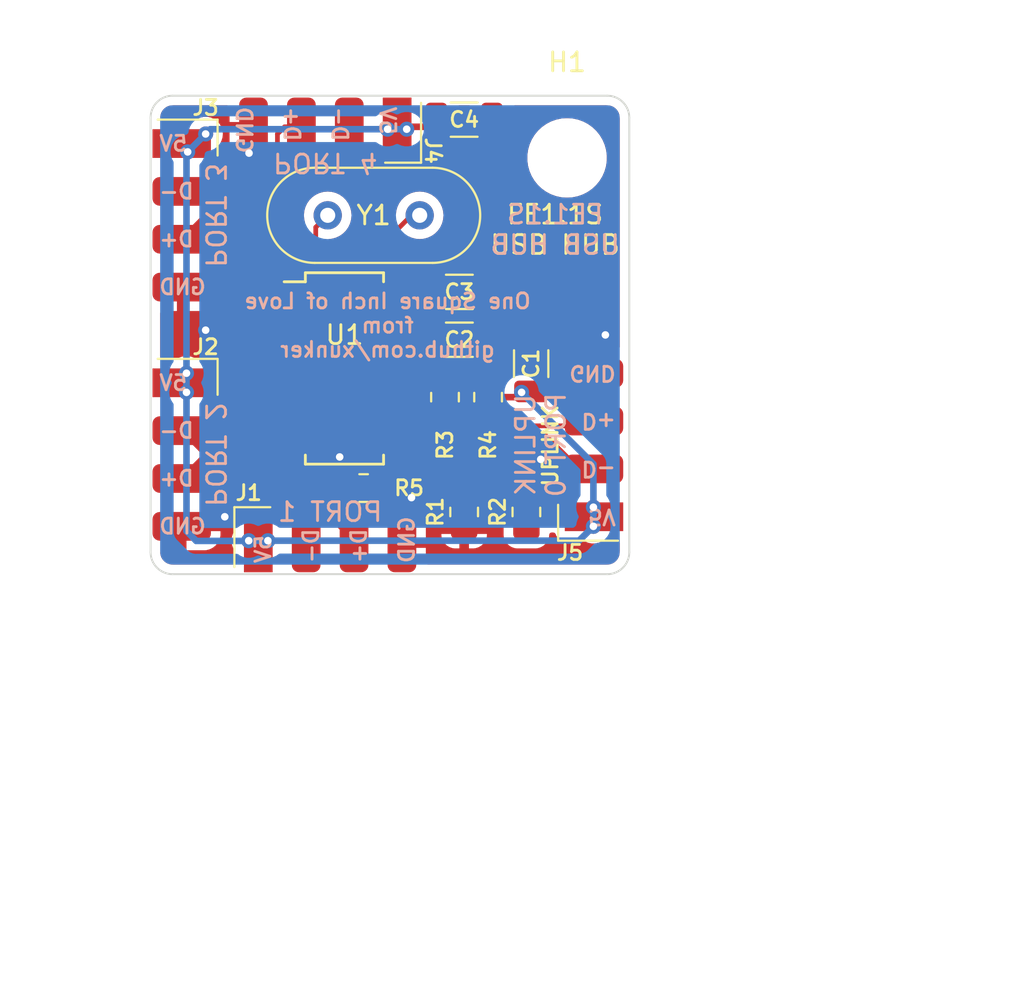
<source format=kicad_pcb>
(kicad_pcb (version 20211014) (generator pcbnew)

  (general
    (thickness 1.6)
  )

  (paper "A4")
  (layers
    (0 "F.Cu" signal)
    (31 "B.Cu" signal)
    (32 "B.Adhes" user "B.Adhesive")
    (33 "F.Adhes" user "F.Adhesive")
    (34 "B.Paste" user)
    (35 "F.Paste" user)
    (36 "B.SilkS" user "B.Silkscreen")
    (37 "F.SilkS" user "F.Silkscreen")
    (38 "B.Mask" user)
    (39 "F.Mask" user)
    (40 "Dwgs.User" user "User.Drawings")
    (41 "Cmts.User" user "User.Comments")
    (42 "Eco1.User" user "User.Eco1")
    (43 "Eco2.User" user "User.Eco2")
    (44 "Edge.Cuts" user)
    (45 "Margin" user)
    (46 "B.CrtYd" user "B.Courtyard")
    (47 "F.CrtYd" user "F.Courtyard")
    (48 "B.Fab" user)
    (49 "F.Fab" user)
    (50 "User.1" user)
    (51 "User.2" user)
    (52 "User.3" user)
    (53 "User.4" user)
    (54 "User.5" user)
    (55 "User.6" user)
    (56 "User.7" user)
    (57 "User.8" user)
    (58 "User.9" user)
  )

  (setup
    (stackup
      (layer "F.SilkS" (type "Top Silk Screen"))
      (layer "F.Paste" (type "Top Solder Paste"))
      (layer "F.Mask" (type "Top Solder Mask") (thickness 0.01))
      (layer "F.Cu" (type "copper") (thickness 0.035))
      (layer "dielectric 1" (type "core") (thickness 1.51) (material "FR4") (epsilon_r 4.5) (loss_tangent 0.02))
      (layer "B.Cu" (type "copper") (thickness 0.035))
      (layer "B.Mask" (type "Bottom Solder Mask") (thickness 0.01))
      (layer "B.Paste" (type "Bottom Solder Paste"))
      (layer "B.SilkS" (type "Bottom Silk Screen"))
      (copper_finish "None")
      (dielectric_constraints no)
    )
    (pad_to_mask_clearance 0)
    (grid_origin 136.398 83.312)
    (pcbplotparams
      (layerselection 0x00010fc_ffffffff)
      (disableapertmacros false)
      (usegerberextensions false)
      (usegerberattributes true)
      (usegerberadvancedattributes true)
      (creategerberjobfile true)
      (svguseinch false)
      (svgprecision 6)
      (excludeedgelayer true)
      (plotframeref false)
      (viasonmask false)
      (mode 1)
      (useauxorigin false)
      (hpglpennumber 1)
      (hpglpenspeed 20)
      (hpglpendiameter 15.000000)
      (dxfpolygonmode true)
      (dxfimperialunits true)
      (dxfusepcbnewfont true)
      (psnegative false)
      (psa4output false)
      (plotreference true)
      (plotvalue true)
      (plotinvisibletext false)
      (sketchpadsonfab false)
      (subtractmaskfromsilk false)
      (outputformat 1)
      (mirror false)
      (drillshape 1)
      (scaleselection 1)
      (outputdirectory "")
    )
  )

  (net 0 "")
  (net 1 "GND")
  (net 2 "5V")
  (net 3 "3V3")
  (net 4 "1V8")
  (net 5 "DRV")
  (net 6 "Net-(R1-Pad2)")
  (net 7 "Net-(R3-Pad2)")
  (net 8 "Net-(R4-Pad2)")
  (net 9 "Net-(R5-Pad2)")
  (net 10 "LED2")
  (net 11 "LED1")
  (net 12 "D4-")
  (net 13 "D4+")
  (net 14 "D3-")
  (net 15 "D3+")
  (net 16 "D2-")
  (net 17 "D2+")
  (net 18 "D1-")
  (net 19 "D1+")
  (net 20 "DU-")
  (net 21 "DU+")
  (net 22 "unconnected-(U1-Pad25)")
  (net 23 "unconnected-(U1-Pad27)")
  (net 24 "Net-(U1-Pad2)")
  (net 25 "Net-(U1-Pad3)")

  (footprint "Connector_PinHeader_2.54mm:2.54mm 1x4 header edge" (layer "F.Cu") (at 120.65 93.98 90))

  (footprint "Resistor_SMD:R_0805_2012Metric" (layer "F.Cu") (at 127.508 89.408 180))

  (footprint "Capacitor_SMD:C_1206_3216Metric" (layer "F.Cu") (at 132.588 78.994 180))

  (footprint "MountingHole:MountingHole_3.2mm_M3_DIN965" (layer "F.Cu") (at 138.303 71.882))

  (footprint "Package_SO:SSOP-28_3.9x9.9mm_P0.635mm" (layer "F.Cu") (at 126.492 83.058))

  (footprint "Crystal:Crystal_HC49-U_Vertical" (layer "F.Cu") (at 125.603 74.93))

  (footprint "Connector_PinHeader_2.54mm:2.54mm 1x4 header edge" (layer "F.Cu") (at 116.205 82.55))

  (footprint "Connector_PinHeader_2.54mm:2.54mm 1x4 header edge" (layer "F.Cu") (at 116.205 69.85))

  (footprint "Connector_PinHeader_2.54mm:2.54mm 1x4 header edge" (layer "F.Cu") (at 130.556 68.58 -90))

  (footprint "Connector_PinHeader_2.54mm:2.54mm 1x4 header edge" (layer "F.Cu") (at 141.383 92.202 180))

  (footprint "Resistor_SMD:R_0805_2012Metric" (layer "F.Cu") (at 131.826 84.582 -90))

  (footprint "Resistor_SMD:R_0805_2012Metric" (layer "F.Cu") (at 134.112 84.582 -90))

  (footprint "Capacitor_SMD:C_1206_3216Metric" (layer "F.Cu") (at 136.398 82.804 -90))

  (footprint "Capacitor_SMD:C_1206_3216Metric" (layer "F.Cu") (at 132.842 69.85))

  (footprint "Capacitor_SMD:C_1206_3216Metric" (layer "F.Cu") (at 132.588 81.534 180))

  (footprint "Resistor_SMD:R_0805_2012Metric" (layer "F.Cu") (at 136.144 90.678 90))

  (footprint "Resistor_SMD:R_0805_2012Metric" (layer "F.Cu") (at 132.842 90.678 90))

  (gr_line (start 140.434186 68.58) (end 117.375814 68.58) (layer "Edge.Cuts") (width 0.1) (tstamp 07659d93-997f-4fd5-8844-25d68af282f5))
  (gr_line (start 116.205 69.750814) (end 116.205 92.809186) (layer "Edge.Cuts") (width 0.1) (tstamp 2f0b3bb0-d5ac-4af7-b5bd-aceee2e2e14b))
  (gr_arc (start 117.375814 93.98) (mid 116.547923 93.637077) (end 116.205 92.809186) (layer "Edge.Cuts") (width 0.1) (tstamp 95421f50-5c36-42b8-9675-874ca760ae07))
  (gr_line (start 117.375814 93.98) (end 140.434186 93.98) (layer "Edge.Cuts") (width 0.1) (tstamp c043e8dd-332c-4581-9020-dad9991dc77d))
  (gr_arc (start 140.434186 68.58) (mid 141.262077 68.922923) (end 141.605 69.750814) (layer "Edge.Cuts") (width 0.1) (tstamp ca423993-c6de-4246-a732-67c325f11ff0))
  (gr_line (start 141.605 92.809186) (end 141.605 69.750814) (layer "Edge.Cuts") (width 0.1) (tstamp cf667d69-6c35-431c-8da8-5a30c045bec1))
  (gr_arc (start 141.605 92.809186) (mid 141.262077 93.637077) (end 140.434186 93.98) (layer "Edge.Cuts") (width 0.1) (tstamp eb9102f6-dcb5-4c4f-89ff-b4962f5dcafe))
  (gr_arc (start 116.205 69.750814) (mid 116.547923 68.922923) (end 117.375814 68.58) (layer "Edge.Cuts") (width 0.1) (tstamp f78e7942-ec8a-4a49-a0f2-3b73199a86a7))
  (gr_text "One Square Inch of Love\nfrom\ngithub.com/xunker" (at 128.778 80.772) (layer "B.SilkS") (tstamp 0662088d-0e2a-45d6-b393-c2ca67b0c51a)
    (effects (font (size 0.8 0.8) (thickness 0.15)) (justify mirror))
  )
  (gr_text "D-" (at 140.97 88.392 180) (layer "B.SilkS") (tstamp 0b342e8b-6b15-4285-acfc-07a671bd2af2)
    (effects (font (size 0.8 0.8) (thickness 0.15)) (justify right mirror))
  )
  (gr_text "UPLINK\nPORT 0" (at 136.906 87.122 90) (layer "B.SilkS") (tstamp 189d4804-78a2-49f1-bbcf-461023d26a75)
    (effects (font (size 1 1) (thickness 0.15)) (justify mirror))
  )
  (gr_text "GND" (at 121.158 69.088 270) (layer "B.SilkS") (tstamp 1a12984f-d6b0-483a-8b82-72ad61f5a0b0)
    (effects (font (size 0.8 0.8) (thickness 0.15)) (justify right mirror))
  )
  (gr_text "5V" (at 140.97 90.932 180) (layer "B.SilkS") (tstamp 1afd4636-84b1-4bca-9b32-90593b01343a)
    (effects (font (size 0.8 0.8) (thickness 0.15)) (justify right mirror))
  )
  (gr_text "D-" (at 116.586 73.66) (layer "B.SilkS") (tstamp 240b32d7-4c8d-4cac-8adf-921b9c13b5d9)
    (effects (font (size 0.8 0.8) (thickness 0.15)) (justify right mirror))
  )
  (gr_text "5V" (at 116.586 83.82) (layer "B.SilkS") (tstamp 39964a37-a152-4cee-ad0b-80c0c6466e85)
    (effects (font (size 0.8 0.8) (thickness 0.15)) (justify right mirror))
  )
  (gr_text "D+" (at 140.97 85.852 180) (layer "B.SilkS") (tstamp 44776895-ffeb-410b-bcba-c82f379c3a5d)
    (effects (font (size 0.8 0.8) (thickness 0.15)) (justify right mirror))
  )
  (gr_text "GND" (at 129.794 93.472 90) (layer "B.SilkS") (tstamp 660bab43-a436-4e56-a11f-22c4da0717e1)
    (effects (font (size 0.8 0.8) (thickness 0.15)) (justify right mirror))
  )
  (gr_text "D+" (at 123.698 69.088 270) (layer "B.SilkS") (tstamp 734d9bc7-751d-4e35-8151-b2955d8346a8)
    (effects (font (size 0.8 0.8) (thickness 0.15)) (justify right mirror))
  )
  (gr_text "5V" (at 122.174 93.472 90) (layer "B.SilkS") (tstamp 7885c270-b339-4e4c-a5d4-0da9a3b9c4c4)
    (effects (font (size 0.8 0.8) (thickness 0.15)) (justify right mirror))
  )
  (gr_text "5V" (at 128.778 69.088 270) (layer "B.SilkS") (tstamp 7c00fbec-6222-4f9d-ad0e-f7326ad128a3)
    (effects (font (size 0.8 0.8) (thickness 0.15)) (justify right mirror))
  )
  (gr_text "D+" (at 127.254 93.472 90) (layer "B.SilkS") (tstamp 8accc7c6-6bc8-4bdb-adb1-57404c50d71e)
    (effects (font (size 0.8 0.8) (thickness 0.15)) (justify right mirror))
  )
  (gr_text "GND" (at 140.97 83.312 180) (layer "B.SilkS") (tstamp a8601383-c7bd-4ecc-aafb-bab1a77a8ac1)
    (effects (font (size 0.8 0.8) (thickness 0.15)) (justify right mirror))
  )
  (gr_text "D+" (at 116.586 88.9) (layer "B.SilkS") (tstamp b2457784-4cb0-44bf-a30e-385a563d6132)
    (effects (font (size 0.8 0.8) (thickness 0.15)) (justify right mirror))
  )
  (gr_text "PORT 3" (at 119.634 74.93 270) (layer "B.SilkS") (tstamp b3d8e64c-4b99-49d1-a501-7c444859d5a2)
    (effects (font (size 1 1) (thickness 0.15)) (justify mirror))
  )
  (gr_text "GND" (at 116.586 91.44) (layer "B.SilkS") (tstamp baa0b07a-5b43-44da-9bc8-9fe1fd8971a2)
    (effects (font (size 0.8 0.8) (thickness 0.15)) (justify right mirror))
  )
  (gr_text "PORT 4" (at 125.476 72.136 180) (layer "B.SilkS") (tstamp bcde7549-f090-41d8-be8f-7d0a5b00c443)
    (effects (font (size 1 1) (thickness 0.15)) (justify mirror))
  )
  (gr_text "D-" (at 126.238 69.088 270) (layer "B.SilkS") (tstamp c4af0a5c-1fc0-492e-8c2c-c4a96a2f72d5)
    (effects (font (size 0.8 0.8) (thickness 0.15)) (justify right mirror))
  )
  (gr_text "PORT 2" (at 119.634 87.63 270) (layer "B.SilkS") (tstamp c9400abc-d764-4266-86f2-a31c430cb369)
    (effects (font (size 1 1) (thickness 0.15)) (justify mirror))
  )
  (gr_text "5V" (at 116.586 71.12) (layer "B.SilkS") (tstamp cc6584bb-f7bc-4dcb-8d87-dc704efb9039)
    (effects (font (size 0.8 0.8) (thickness 0.15)) (justify right mirror))
  )
  (gr_text "D+" (at 116.586 76.2) (layer "B.SilkS") (tstamp d5a80223-404d-458d-8403-4901aa2d82f6)
    (effects (font (size 0.8 0.8) (thickness 0.15)) (justify right mirror))
  )
  (gr_text "PORT 1" (at 125.73 90.678) (layer "B.SilkS") (tstamp e9b5aab8-7ca0-4277-990b-c90fc64f6287)
    (effects (font (size 1 1) (thickness 0.15)) (justify mirror))
  )
  (gr_text "D-" (at 124.714 93.472 90) (layer "B.SilkS") (tstamp eb354154-8f2d-42e2-a02c-948ffd9ff29d)
    (effects (font (size 0.8 0.8) (thickness 0.15)) (justify right mirror))
  )
  (gr_text "GND" (at 116.586 78.74) (layer "B.SilkS") (tstamp eff09d9c-9139-4ddb-b683-77cf4494e56d)
    (effects (font (size 0.8 0.8) (thickness 0.15)) (justify right mirror))
  )
  (gr_text "FE1.1S\nUSB HUB" (at 137.668 75.692) (layer "B.SilkS") (tstamp f5023f8d-a68c-4a3c-ac76-44600780f03b)
    (effects (font (size 1 1) (thickness 0.15)) (justify mirror))
  )
  (gr_text "D-" (at 116.586 86.36) (layer "B.SilkS") (tstamp ffa3d398-e983-4666-8839-871677cb9b9d)
    (effects (font (size 0.8 0.8) (thickness 0.15)) (justify right mirror))
  )
  (gr_text "UPLINK" (at 137.414 89.408 90) (layer "F.SilkS") (tstamp cf3376ee-2a53-49d6-8422-f1147b0f3367)
    (effects (font (size 0.8 0.8) (thickness 0.15)) (justify left))
  )
  (gr_text "FE1.1S\nUSB HUB" (at 137.668 75.692) (layer "F.SilkS") (tstamp d1b76f09-2dff-4594-950a-2d6ab1979886)
    (effects (font (size 1 1) (thickness 0.15)))
  )
  (dimension (type aligned) (layer "Cmts.User") (tstamp c8a97569-fe7d-4c41-ae91-983d459c6d22)
    (pts (xy 116.205 93.98) (xy 141.605 93.98))
    (height 3.81)
    (gr_text "25.4000 mm" (at 128.905 96.64) (layer "Cmts.User") (tstamp c8a97569-fe7d-4c41-ae91-983d459c6d22)
      (effects (font (size 1 1) (thickness 0.15)))
    )
    (format (units 3) (units_format 1) (precision 4))
    (style (thickness 0.15) (arrow_length 1.27) (text_position_mode 0) (extension_height 0.58642) (extension_offset 0.5) keep_text_aligned)
  )
  (dimension (type aligned) (layer "Cmts.User") (tstamp e213fed0-65a0-472f-98df-39f0fee91fac)
    (pts (xy 118.11 68.58) (xy 118.11 93.98))
    (height 3.81)
    (gr_text "25.4000 mm" (at 113.15 81.28 90) (layer "Cmts.User") (tstamp e213fed0-65a0-472f-98df-39f0fee91fac)
      (effects (font (size 1 1) (thickness 0.15)))
    )
    (format (units 3) (units_format 1) (precision 4))
    (style (thickness 0.15) (arrow_length 1.27) (text_position_mode 0) (extension_height 0.58642) (extension_offset 0.5) keep_text_aligned)
  )

  (segment (start 127.127 87.757) (end 128.4205 89.0505) (width 0.25) (layer "F.Cu") (net 1) (tstamp 11a93770-9d13-429b-a8da-0e1c706eb67a))
  (segment (start 126.238 87.757) (end 127.127 87.757) (width 0.25) (layer "F.Cu") (net 1) (tstamp 7a907b4f-c634-4f0d-907d-89b3503723f4))
  (segment (start 128.4205 89.0505) (end 128.4205 89.408) (width 0.25) (layer "F.Cu") (net 1) (tstamp 92f70369-19e1-4321-8956-a9c4dbd5c491))
  (via (at 119.126 81.026) (size 0.8) (drill 0.4) (layers "F.Cu" "B.Cu") (free) (net 1) (tstamp 1f698ce8-f757-4f74-881a-5cac6a0c0105))
  (via (at 136.906 87.884) (size 0.8) (drill 0.4) (layers "F.Cu" "B.Cu") (free) (net 1) (tstamp 29c54505-1ccb-46b4-ab1c-64644605574f))
  (via (at 140.335 81.28) (size 0.8) (drill 0.4) (layers "F.Cu" "B.Cu") (free) (net 1) (tstamp 522d2d88-ece2-4ded-8366-b34f83deee10))
  (via (at 120.142 90.932) (size 0.8) (drill 0.4) (layers "F.Cu" "B.Cu") (free) (net 1) (tstamp 8c1af6a0-6a4e-4eea-ba93-929ca345895b))
  (via (at 130.048 89.916) (size 0.8) (drill 0.4) (layers "F.Cu" "B.Cu") (free) (net 1) (tstamp a4083ae0-d431-49b1-8c79-ac0e164e0fa6))
  (via (at 121.428476 71.628) (size 0.8) (drill 0.4) (layers "F.Cu" "B.Cu") (free) (net 1) (tstamp c3b6fe09-3a9d-4027-9224-3f521ba1cd65))
  (via (at 126.238 87.757) (size 0.8) (drill 0.4) (layers "F.Cu" "B.Cu") (free) (net 1) (tstamp dc831465-cf2b-43c6-9c57-3b73337b10c5))
  (segment (start 135.89 84.328) (end 135.636 84.582) (width 0.35) (layer "F.Cu") (net 2) (tstamp 101eb993-9568-441d-981f-85b83cfb2ed1))
  (segment (start 139.732 91.408) (end 139.732 90.932) (width 0.35) (layer "F.Cu") (net 2) (tstamp 176b562a-8f73-4a88-bbdb-234bc45be6af))
  (segment (start 130.81 84.582) (end 130.2385 84.0105) (width 0.35) (layer "F.Cu") (net 2) (tstamp 72bd6050-c688-461a-8e99-4f79d9bbe539))
  (segment (start 131.367 69.85) (end 130.986 70.231) (width 0.35) (layer "F.Cu") (net 2) (tstamp 74556d9d-7cdf-4e63-997f-1e0ef10ad744))
  (segment (start 139.3425 91.0825) (end 136.652 91.0825) (width 0.35) (layer "F.Cu") (net 2) (tstamp 803a8ecd-7f88-4698-922b-a6d5be853a65))
  (segment (start 136.652 91.0825) (end 136.144 91.5905) (width 0.35) (layer "F.Cu") (net 2) (tstamp 89be9557-5966-412b-aa2c-388b65a1f85a))
  (segment (start 130.2385 84.0105) (end 129.092 84.0105) (width 0.35) (layer "F.Cu") (net 2) (tstamp 8ac2d924-1d58-485b-a8b4-12a78e97d589))
  (segment (start 135.636 84.582) (end 130.81 84.582) (width 0.35) (layer "F.Cu") (net 2) (tstamp 9afc9687-1686-4f87-8286-7bd5afc2035e))
  (segment (start 139.7 91.44) (end 139.3425 91.0825) (width 0.35) (layer "F.Cu") (net 2) (tstamp c568d25f-4a57-47de-8ee8-b64ae501c65b))
  (segment (start 139.7 91.44) (end 139.732 91.408) (width 0.35) (layer "F.Cu") (net 2) (tstamp e91e4b57-13a2-42dc-8272-d039081c6b96))
  (segment (start 130.986 70.231) (end 129.286 70.231) (width 0.35) (layer "F.Cu") (net 2) (tstamp f2d8420f-c43b-4f1f-9e3f-73d7e02a8196))
  (via (at 135.89 84.328) (size 0.8) (drill 0.4) (layers "F.Cu" "B.Cu") (net 2) (tstamp 014417f8-e2e7-4d9d-b6ad-f06c26819817))
  (via (at 128.778 70.358) (size 0.8) (drill 0.4) (layers "F.Cu" "B.Cu") (net 2) (tstamp 04adb9f2-464f-4848-be65-ae69880faf29))
  (via (at 118.11 84.328) (size 0.8) (drill 0.4) (layers "F.Cu" "B.Cu") (net 2) (tstamp 0eb41064-fb3c-4490-815e-669498c25c73))
  (via (at 118.1735 71.5645) (size 0.8) (drill 0.4) (layers "F.Cu" "B.Cu") (net 2) (tstamp 270187a6-05bb-4a4f-b015-58dedb16ac1b))
  (via (at 122.428 92.202) (size 0.8) (drill 0.4) (layers "F.Cu" "B.Cu") (net 2) (tstamp 32bc3930-d0c8-4e6f-b824-cfa26943487b))
  (via (at 139.7 90.424) (size 0.8) (drill 0.4) (layers "F.Cu" "B.Cu") (net 2) (tstamp 46150aef-f7c5-48f3-aa4f-e350a27fbbdd))
  (via (at 119.126 70.612) (size 0.8) (drill 0.4) (layers "F.Cu" "B.Cu") (net 2) (tstamp 5c8d0e5d-cd34-4d63-9089-5a9d965e3952))
  (via (at 129.794 70.358) (size 0.8) (drill 0.4) (layers "F.Cu" "B.Cu") (net 2) (tstamp 8d901a43-1cb3-4ea0-9146-ad16ae45d49a))
  (via (at 121.412 92.202) (size 0.8) (drill 0.4) (layers "F.Cu" "B.Cu") (net 2) (tstamp a39cb582-ced1-4773-b2f6-cac9fcbc1815))
  (via (at 118.11 83.312) (size 0.8) (drill 0.4) (layers "F.Cu" "B.Cu") (net 2) (tstamp cd3a2596-a9ef-4b62-81a4-0a24f6fc7229))
  (via (at 139.7 91.44) (size 0.8) (drill 0.4) (layers "F.Cu" "B.Cu") (net 2) (tstamp ce03681a-3c16-4504-9db0-742267742bd1))
  (segment (start 129.794 70.358) (end 128.778 70.358) (width 0.35) (layer "B.Cu") (net 2) (tstamp 100269e1-99a0-468b-84a2-97f4c8e2b6cc))
  (segment (start 139.7 91.44) (end 138.938 92.202) (width 0.35) (layer "B.Cu") (net 2) (tstamp 230c6a6b-c485-4132-abce-8c9e802e5e63))
  (segment (start 118.11 71.628) (end 118.1735 71.5645) (width 0.35) (layer "B.Cu") (net 2) (tstamp 249b14c6-1e35-4177-ac77-dd3f7754df5c))
  (segment (start 121.399489 92.214511) (end 118.630511 92.214511) (width 0.35) (layer "B.Cu") (net 2) (tstamp 24cb5973-9de4-4358-a493-3e53ffd10ca3))
  (segment (start 118.11 91.694) (end 118.11 84.328) (width 0.35) (layer "B.Cu") (net 2) (tstamp 513ca90d-8d28-43af-891c-ed4fb77deb97))
  (segment (start 118.11 83.312) (end 118.11 71.628) (width 0.35) (layer "B.Cu") (net 2) (tstamp 6acc2bf3-05b9-4fa2-bb33-242b01c7046b))
  (segment (start 118.1735 71.5645) (end 119.126 70.612) (width 0.35) (layer "B.Cu") (net 2) (tstamp 81e6fccf-e04f-40d6-b230-313cd7c890b3))
  (segment (start 139.7 90.424) (end 139.7 88.138) (width 0.35) (layer "B.Cu") (net 2) (tstamp 8974bfb7-9f1d-455e-9c77-9f27cb62ae34))
  (segment (start 138.938 92.202) (end 122.428 92.202) (width 0.35) (layer "B.Cu") (net 2) (tstamp 8a209fdd-048c-46bc-b60d-48783ca9a3bd))
  (segment (start 139.7 91.44) (end 139.7 90.424) (width 0.35) (layer "B.Cu") (net 2) (tstamp 8a8deaeb-2652-452c-b0fc-639458bf6d4f))
  (segment (start 128.778 70.358) (end 119.38 70.358) (width 0.35) (layer "B.Cu") (net 2) (tstamp 8e93d48a-d00a-4928-890d-6a0c7b18fe74))
  (segment (start 119.38 70.358) (end 119.126 70.612) (width 0.35) (layer "B.Cu") (net 2) (tstamp 9874e15b-6ade-4295-95f9-d6ff8c9e916f))
  (segment (start 118.630511 92.214511) (end 118.11 91.694) (width 0.35) (layer "B.Cu") (net 2) (tstamp a8f06209-6e48-4ea0-bf95-1feac715cdce))
  (segment (start 118.11 83.312) (end 118.11 84.328) (width 0.35) (layer "B.Cu") (net 2) (tstamp bb1c53aa-e168-4d04-b02a-f4c2f5c9e367))
  (segment (start 121.412 92.202) (end 122.428 92.202) (width 0.35) (layer "B.Cu") (net 2) (tstamp c97a63a5-126e-47b6-b225-61d008287637))
  (segment (start 139.7 88.138) (end 135.89 84.328) (width 0.35) (layer "B.Cu") (net 2) (tstamp cb1cea80-b2ab-4d56-b812-18db93419449))
  (segment (start 121.412 92.202) (end 121.399489 92.214511) (width 0.35) (layer "B.Cu") (net 2) (tstamp d4ba3418-dcdd-44aa-ac74-76aaee851299))
  (segment (start 131.826 82.247) (end 131.826 83.6695) (width 0.25) (layer "F.Cu") (net 3) (tstamp 143a21ce-4938-40f2-aab7-2b07e88ad7bd))
  (segment (start 131.113 81.534) (end 131.826 82.247) (width 0.25) (layer "F.Cu") (net 3) (tstamp 1e852bd0-7706-41c8-b2f1-4b4f7c814082))
  (segment (start 131.826 83.6695) (end 134.112 83.6695) (width 0.25) (layer "F.Cu") (net 3) (tstamp 492862b9-40aa-4cd9-89e6-c2cfe600e84b))
  (segment (start 128.167489 84.430511) (end 128.167489 83.485989) (width 0.25) (layer "F.Cu") (net 3) (tstamp 4d955ec2-5efd-4c1c-a198-7840f353a1b9))
  (segment (start 127.0635 86.5505) (end 127.508 86.106) (width 0.25) (layer "F.Cu") (net 3) (tstamp 69ca46e3-b0b0-41b1-9949-30f9080759e4))
  (segment (start 127.508 85.09) (end 128.167489 84.430511) (width 0.25) (layer "F.Cu") (net 3) (tstamp 778a3a80-16c2-4367-af89-cd1b20bb8bd7))
  (segment (start 123.892 86.5505) (end 127.0635 86.5505) (width 0.25) (layer "F.Cu") (net 3) (tstamp 7d70c47a-bd21-45cb-9dfe-518b7d7ca751))
  (segment (start 129.7795 80.2005) (end 129.092 80.2005) (width 0.25) (layer "F.Cu") (net 3) (tstamp 9572cdec-dad2-4ebe-aa62-895f20454e2c))
  (segment (start 131.113 81.534) (end 129.7795 80.2005) (width 0.25) (layer "F.Cu") (net 3) (tstamp 9a431830-fbd3-4d6c-acae-35ee74dd30ef))
  (segment (start 127.508 86.106) (end 127.508 85.09) (width 0.25) (layer "F.Cu") (net 3) (tstamp b98eaf66-b477-45e1-b3b4-ff64e2c5a37f))
  (segment (start 129.092 83.3755) (end 131.532 83.3755) (width 0.25) (layer "F.Cu") (net 3) (tstamp eaf5c38b-3388-4101-88e5-c3a0fb3f7ffa))
  (segment (start 131.532 83.3755) (end 131.826 83.6695) (width 0.25) (layer "F.Cu") (net 3) (tstamp f1e4975a-3f33-4d80-af3d-42785977942a))
  (segment (start 128.277978 83.3755) (end 129.092 83.3755) (width 0.25) (layer "F.Cu") (net 3) (tstamp f5d874d4-84cc-4ed2-b334-bce2cf710569))
  (segment (start 128.167489 83.485989) (end 128.277978 83.3755) (width 0.25) (layer "F.Cu") (net 3) (tstamp f862164a-fc46-4356-9137-68afda34def0))
  (segment (start 127.508 83.312) (end 128.016 82.804) (width 0.25) (layer "F.Cu") (net 4) (tstamp 14edff51-985a-4a38-a6b6-7fde533eb1a6))
  (segment (start 130.986 78.867) (end 131.113 78.994) (width 0.25) (layer "F.Cu") (net 4) (tstamp 1c2fb36a-6ca2-4ad2-b86e-47ff5b8239ae))
  (segment (start 126.6825 85.9155) (end 127 85.598) (width 0.25) (layer "F.Cu") (net 4) (tstamp 20c0f81b-2645-49a2-bfc6-8b48ff607a3f))
  (segment (start 127.508 84.074) (end 127.508 83.312) (width 0.25) (layer "F.Cu") (net 4) (tstamp 510ce05d-32a2-4e5f-ba62-c2de010cd573))
  (segment (start 127 84.582) (end 127.508 84.074) (width 0.25) (layer "F.Cu") (net 4) (tstamp 5b1a1ec6-a2e1-4d73-ab9c-838ef6fbff5d))
  (segment (start 128.016 79.192478) (end 128.277978 78.9305) (width 0.25) (layer "F.Cu") (net 4) (tstamp 610b2782-237b-4aa9-b07b-5ad265e978be))
  (segment (start 129.1555 78.867) (end 130.986 78.867) (width 0.25) (layer "F.Cu") (net 4) (tstamp 6abfe96d-c482-4e3d-b322-fee2096fb840))
  (segment (start 128.277978 78.9305) (end 129.092 78.9305) (width 0.25) (layer "F.Cu") (net 4) (tstamp a1a736c7-cc66-44c9-94c8-d86f0e17f251))
  (segment (start 129.092 78.9305) (end 129.1555 78.867) (width 0.25) (layer "F.Cu") (net 4) (tstamp b721df6a-933f-4fd1-a9ef-621167b55931))
  (segment (start 127 85.598) (end 127 84.582) (width 0.25) (layer "F.Cu") (net 4) (tstamp b871e98f-d9fd-41b4-a799-5d6be0bd35c9))
  (segment (start 123.892 85.9155) (end 126.6825 85.9155) (width 0.25) (layer "F.Cu") (net 4) (tstamp cc840090-866b-4fb5-980d-b488bffb439b))
  (segment (start 128.016 82.804) (end 128.016 79.192478) (width 0.25) (layer "F.Cu") (net 4) (tstamp ce94642b-a28f-4c61-9573-cf211536d5cc))
  (segment (start 131.4215 89.7655) (end 132.842 89.7655) (width 0.25) (layer "F.Cu") (net 6) (tstamp 173b8f79-5531-4f46-a997-dccfaa06688f))
  (segment (start 128.016 87.376) (end 129.210253 88.570253) (width 0.25) (layer "F.Cu") (net 6) (tstamp 2a55bbf7-378f-450a-8ca9-36c22ee5193e))
  (segment (start 128.3335 85.2805) (end 128.016 85.598) (width 0.25) (layer "F.Cu") (net 6) (tstamp 5dbe6722-7279-4d36-a302-a351618da291))
  (segment (start 128.016 85.598) (end 128.016 87.376) (width 0.25) (layer "F.Cu") (net 6) (tstamp 76facc81-1f33-4d8c-a3cd-bd004e894559))
  (segment (start 129.092 85.2805) (end 128.3335 85.2805) (width 0.25) (layer "F.Cu") (net 6) (tstamp 84943f24-1ec4-48b6-9f68-d707a8e57033))
  (segment (start 132.842 89.7655) (end 136.144 89.7655) (width 0.25) (layer "F.Cu") (net 6) (tstamp a6d95ef2-4eed-4958-844e-5c8039d4f42f))
  (segment (start 129.210253 88.570253) (end 130.226253 88.570253) (width 0.25) (layer "F.Cu") (net 6) (tstamp cd4fbcb5-5b98-4609-a5c6-58c29adf3d05))
  (segment (start 130.226253 88.570253) (end 131.4215 89.7655) (width 0.25) (layer "F.Cu") (net 6) (tstamp fba7e0b6-f3b6-444e-9f4c-30e9b76cdd50))
  (segment (start 130.67798 85.46598) (end 129.8575 84.6455) (width 0.25) (layer "F.Cu") (net 7) (tstamp 26c4f5ed-ea28-4b72-a5b5-fb170e03a643))
  (segment (start 129.8575 84.6455) (end 129.092 84.6455) (width 0.25) (layer "F.Cu") (net 7) (tstamp 670cf75f-6c3d-4380-896e-8a364d471967))
  (segment (start 131.826 85.4945) (end 131.342217 85.4945) (width 0.25) (layer "F.Cu") (net 7) (tstamp 75f46829-d3ca-4f90-b3b1-8b8e8c3643b8))
  (segment (start 131.342217 85.4945) (end 131.313697 85.46598) (width 0.25) (layer "F.Cu") (net 7) (tstamp 80ad9693-6a7f-4e9a-b43e-36ebcbda50f3))
  (segment (start 131.313697 85.46598) (end 130.67798 85.46598) (width 0.25) (layer "F.Cu") (net 7) (tstamp b92cdfd1-c8e4-40bd-9393-07e9c3d2380d))
  (segment (start 129.731218 85.9155) (end 130.175718 86.36) (width 0.25) (layer "F.Cu") (net 8) (tstamp 0059c6eb-e758-462b-9fd2-9d6b8702bd13))
  (segment (start 133.2465 86.36) (end 134.112 85.4945) (width 0.25) (layer "F.Cu") (net 8) (tstamp 32beea38-e250-4da7-a99a-58500725ed34))
  (segment (start 129.092 85.9155) (end 129.731218 85.9155) (width 0.25) (layer "F.Cu") (net 8) (tstamp 3fdc046a-52a5-411f-b1e4-602e0ff5de8e))
  (segment (start 130.175718 86.36) (end 133.2465 86.36) (width 0.25) (layer "F.Cu") (net 8) (tstamp da6b314e-d6dd-409d-981d-a4b000f76a6d))
  (segment (start 123.892 87.316) (end 123.892 87.1855) (width 0.25) (layer "F.Cu") (net 9) (tstamp 47280013-5355-4714-8987-3d10b0c99e5c))
  (segment (start 126.5955 89.408) (end 125.984 89.408) (width 0.25) (layer "F.Cu") (net 9) (tstamp 7303ec8e-e0d1-42a9-80c4-5c746069d9bf))
  (segment (start 125.984 89.408) (end 123.892 87.316) (width 0.25) (layer "F.Cu") (net 9) (tstamp ce6e4df6-ce9b-4696-8414-7aadb637a403))
  (segment (start 123.825 72.263) (end 122.428 73.66) (width 0.25) (layer "F.Cu") (net 12) (tstamp 0b0ab2f9-b525-4231-aa59-2c1b00598b07))
  (segment (start 122.428 80.01) (end 123.2535 80.8355) (width 0.25) (layer "F.Cu") (net 12) (tstamp 134cc855-8ed9-4eb6-aa54-8a15515da9a7))
  (segment (start 123.2535 80.8355) (end 123.892 80.8355) (width 0.25) (layer "F.Cu") (net 12) (tstamp 4bf43bfc-80e2-478b-86ce-5312173b8a0a))
  (segment (start 126.746 70.231) (end 126.746 71.12) (width 0.25) (layer "F.Cu") (net 12) (tstamp 844ab369-4475-49f4-a4b1-d384ba770568))
  (segment (start 125.603 72.263) (end 123.825 72.263) (width 0.25) (layer "F.Cu") (net 12) (tstamp 8feb7200-0f78-4fb5-bc5b-6a3753c86af7))
  (segment (start 122.428 73.66) (end 122.428 80.01) (width 0.25) (layer "F.Cu") (net 12) (tstamp a733f99d-9fa3-4d70-9934-69ae4dca01f4))
  (segment (start 126.746 71.12) (end 125.603 72.263) (width 0.25) (layer "F.Cu") (net 12) (tstamp c1222387-3bc4-4496-af94-40d37a1ff9fb))
  (segment (start 122.219623 80.855735) (end 122.219621 80.855734) (width 0.25) (layer "F.Cu") (net 13) (tstamp 07bde598-539b-4dfc-8340-1c6a97b03d21))
  (segment (start 121.92 73.406) (end 122.936 72.39) (width 0.25) (layer "F.Cu") (net 13) (tstamp 272b22b3-993f-4aea-8ccb-6c3766e10993))
  (segment (start 123.892 81.4705) (end 123.1265 81.4705) (width 0.25) (layer "F.Cu") (net 13) (tstamp 30140782-6a4f-4b06-ac4c-9f85a6545a6c))
  (segment (start 122.219621 80.56362) (end 122.219622 80.563622) (width 0.25) (layer "F.Cu") (net 13) (tstamp 3c70c68e-c7e2-403b-83e8-228aa5a6e44d))
  (segment (start 121.92 80.264) (end 121.92 73.406) (width 0.25) (layer "F.Cu") (net 13) (tstamp 6a8bcb07-2e79-4a49-924c-a79720065ac6))
  (segment (start 123.317 70.231) (end 124.206 70.231) (width 0.25) (layer "F.Cu") (net 13) (tstamp 90584871-82f3-4fdd-b1e9-55fcf5a06204))
  (segment (start 122.219622 80.563622) (end 121.92 80.264) (width 0.25) (layer "F.Cu") (net 13) (tstamp ad1cccc5-65fe-45e8-8c11-fe767ec73688))
  (segment (start 123.1265 81.4705) (end 122.936 81.28) (width 0.25) (layer "F.Cu") (net 13) (tstamp b9a15985-e2dc-4cad-9c09-18a8cba4c150))
  (segment (start 122.351772 81.279999) (end 122.351774 81.28) (width 0.25) (layer "F.Cu") (net 13) (tstamp c9add25e-ea4a-4d65-b503-b8bce10d7321))
  (segment (start 122.351774 81.28) (end 122.219622 81.147848) (width 0.25) (layer "F.Cu") (net 13) (tstamp f663efa5-df61-4bd4-95fc-efb679c69bd0))
  (segment (start 122.936 70.612) (end 123.317 70.231) (width 0.25) (layer "F.Cu") (net 13) (tstamp f7b833ac-4f0e-45c3-a0bc-38cea560f449))
  (segment (start 122.936 72.39) (end 122.936 70.612) (width 0.25) (layer "F.Cu") (net 13) (tstamp f9fd63c4-821a-42ff-ae86-47e305f0cc3d))
  (segment (start 122.643887 81.279999) (end 122.643886 81.279999) (width 0.25) (layer "F.Cu") (net 13) (tstamp fb39c9e1-02e7-4aa0-b465-b07b21359a18))
  (arc (start 122.643886 81.279999) (mid 122.497829 81.340498) (end 122.351772 81.279999) (width 0.25) (layer "F.Cu") (net 13) (tstamp 82365b79-0400-487d-ac55-ea260ac313a2))
  (arc (start 122.936 81.28) (mid 122.789943 81.2195) (end 122.643887 81.279999) (width 0.25) (layer "F.Cu") (net 13) (tstamp a8ef1c33-1ef2-44f7-b1a1-d4387e16b698))
  (arc (start 122.219622 81.147848) (mid 122.159123 81.00179) (end 122.219623 80.855735) (width 0.25) (layer "F.Cu") (net 13) (tstamp c1825217-8d35-43b3-b8df-c25dce5a8aab))
  (arc (start 122.219621 80.855734) (mid 122.28012 80.709677) (end 122.219621 80.56362) (width 0.25) (layer "F.Cu") (net 13) (tstamp e74d0f26-89cf-4fec-bc8c-0ecee93704d1))
  (segment (start 120.396 75.184) (end 118.872 73.66) (width 0.25) (layer "F.Cu") (net 14) (tstamp 4025e3f9-4595-416f-a9b5-068d8ed26b61))
  (segment (start 123.892 82.1055) (end 122.2375 82.1055) (width 0.25) (layer "F.Cu") (net 14) (tstamp 56b2fc92-6c03-43f0-844c-03693cae7785))
  (segment (start 120.396 80.264) (end 120.396 75.184) (width 0.25) (layer "F.Cu") (net 14) (tstamp 5eddbe16-27b1-46bf-a651-d7d814d1fc9d))
  (segment (start 118.872 73.66) (end 117.856 73.66) (width 0.25) (layer "F.Cu") (net 14) (tstamp 920b1a2e-a9f2-41c4-8a7d-dd2406cfc4e3))
  (segment (start 122.2375 82.1055) (end 120.396 80.264) (width 0.25) (layer "F.Cu") (net 14) (tstamp 983fe5c6-f31a-4c9f-96a5-3b7b92aec920))
  (segment (start 123.152969 82.7405) (end 122.967489 82.55502) (width 0.25) (layer "F.Cu") (net 15) (tstamp 26956826-3f77-441e-9e49-c88138f15c68))
  (segment (start 121.92502 82.55502) (end 119.888 80.518) (width 0.25) (layer "F.Cu") (net 15) (tstamp 2c73045d-ac9e-4ec2-a7f6-8ef85f9f3b50))
  (segment (start 122.967489 82.55502) (end 121.92502 82.55502) (width 0.25) (layer "F.Cu") (net 15) (tstamp 2ffacc34-95f9-42fd-8996-2240ff03f4ab))
  (segment (start 119.888 80.518) (end 119.888 75.565) (width 0.25) (layer "F.Cu") (net 15) (tstamp 348701d1-7288-4f82-b7f6-c6b3713c8201))
  (segment (start 123.892 82.7405) (end 123.152969 82.7405) (width 0.25) (layer "F.Cu") (net 15) (tstamp 3c272e0e-b742-4e93-bac3-d0ef6cac0016))
  (segment (start 119.888 75.565) (end 119.507 75.184) (width 0.25) (layer "F.Cu") (net 15) (tstamp 5451a5ba-2e64-4151-93ed-19b51a9a35b1))
  (segment (start 118.872 75.184) (end 117.856 76.2) (width 0.25) (layer "F.Cu") (net 15) (tstamp 983ce051-4b6a-4198-942d-f77caa98b2c0))
  (segment (start 119.507 75.184) (end 118.872 75.184) (width 0.25) (layer "F.Cu") (net 15) (tstamp c20c1653-2659-43e2-a3da-b611efac4cbb))
  (segment (start 123.892 83.3755) (end 123.089469 83.3755) (width 0.25) (layer "F.Cu") (net 16) (tstamp 071dfe66-41a0-45e6-a060-4cd053e22228))
  (segment (start 120.396 87.122) (end 120.142 87.376) (width 0.25) (layer "F.Cu") (net 16) (tstamp 18eb3fcd-d7b8-4a55-abee-e02448f0125c))
  (segment (start 118.872 87.376) (end 117.856 86.36) (width 0.25) (layer "F.Cu") (net 16) (tstamp 2626a8ad-6f7e-473e-a6ac-b7610a5cd198))
  (segment (start 121.98852 83.49748) (end 120.396 85.09) (width 0.25) (layer "F.Cu") (net 16) (tstamp 411056cb-81ff-4fb6-b445-2ba6daa16d8f))
  (segment (start 120.142 87.376) (end 118.872 87.376) (width 0.25) (layer "F.Cu") (net 16) (tstamp 47f60625-8d59-4294-9275-dbe5862c6255))
  (segment (start 122.967489 83.49748) (end 121.98852 83.49748) (width 0.25) (layer "F.Cu") (net 16) (tstamp 7934c3a4-3f56-4804-9edd-fdd66432cd0f))
  (segment (start 120.396 85.09) (end 120.396 87.122) (width 0.25) (layer "F.Cu") (net 16) (tstamp 7d43e035-222d-444f-8aca-931347405598))
  (segment (start 123.089469 83.3755) (end 122.967489 83.49748) (width 0.25) (layer "F.Cu") (net 16) (tstamp d6f3c55a-15d6-496b-a428-a847c7e1c992))
  (segment (start 123.8285 83.947) (end 122.301 83.947) (width 0.25) (layer "F.Cu") (net 17) (tstamp 2c1098d8-e193-4f8c-8106-4d89f7085976))
  (segment (start 120.904 87.376) (end 120.396 87.884) (width 0.25) (layer "F.Cu") (net 17) (tstamp 51191f27-ec68-4a67-a2c5-7aaad2f8fb0d))
  (segment (start 120.904 85.344) (end 120.904 87.376) (width 0.25) (layer "F.Cu") (net 17) (tstamp 7a96bad4-d109-4f5a-afa3-34f297615bc2))
  (segment (start 123.892 84.0105) (end 123.8285 83.947) (width 0.25) (layer "F.Cu") (net 17) (tstamp 7bc27b6d-5777-4fb0-8f56-b2f72b358e3d))
  (segment (start 120.396 87.884) (end 118.872 87.884) (width 0.25) (layer "F.Cu") (net 17) (tstamp 92499f7f-bc55-4099-9a4e-b1286d54b439))
  (segment (start 118.872 87.884) (end 117.856 88.9) (width 0.25) (layer "F.Cu") (net 17) (tstamp 955ecdf4-b677-4bc2-9529-f18b006c92c1))
  (segment (start 122.301 83.947) (end 120.904 85.344) (width 0.25) (layer "F.Cu") (net 17) (tstamp c93d154e-4609-4f9f-82a9-f603f1dc8b67))
  (segment (start 122.428 88.392) (end 124.46 90.424) (width 0.25) (layer "F.Cu") (net 18) (tstamp 08261565-d51a-4ce1-ab4f-35c2ddd8b867))
  (segment (start 122.428 85.1916) (end 122.428 88.392) (width 0.25) (layer "F.Cu") (net 18) (tstamp 25021336-e565-442f-81e6-b251e315359e))
  (segment (start 124.46 90.424) (end 124.46 92.329) (width 0.25) (layer "F.Cu") (net 18) (tstamp 597a6240-177d-4651-b833-1a413d2d3898))
  (segment (start 122.9741 84.6455) (end 122.428 85.1916) (width 0.25) (layer "F.Cu") (net 18) (tstamp 72925e07-4741-4b8c-bfdb-e4309d66d5c5))
  (segment (start 123.892 84.6455) (end 122.9741 84.6455) (width 0.25) (layer "F.Cu") (net 18) (tstamp c560200f-bab9-4ba7-b2b0-741d0d5d6919))
  (segment (start 123.2027 85.2805) (end 122.936 85.5472) (width 0.25) (layer "F.Cu") (net 19) (tstamp 1562eaec-edb1-4a37-881b-c86a97a4dfbc))
  (segment (start 127 92.202) (end 127 92.329) (width 0.25) (layer "F.Cu") (net 19) (tstamp 5c795b52-ffb6-4dfa-a7f9-a2063aac84a6))
  (segment (start 123.892 85.2805) (end 123.2027 85.2805) (width 0.25) (layer "F.Cu") (net 19) (tstamp 5e544b41-2e88-42c1-9a5f-3d3daebeead6))
  (segment (start 122.936 88.138) (end 127 92.202) (width 0.25) (layer "F.Cu") (net 19) (tstamp af1f3704-2064-466d-95e8-2681978e10b1))
  (segment (start 122.936 85.5472) (end 122.936 88.138) (width 0.25) (layer "F.Cu") (net 19) (tstamp b8865207-e6f9-4237-8e00-f30d02055d82))
  (segment (start 138.938 88.392) (end 139.732 88.392) (width 0.25) (layer "F.Cu") (net 20) (tstamp 159c52a8-9462-43f7-8016-4960901c9cd7))
  (segment (start 137.16 86.614) (end 138.938 88.392) (width 0.25) (layer "F.Cu") (net 20) (tstamp 381f1cc7-c25f-4cb1-a90d-4ea032562893))
  (segment (start 129.092 87.1855) (end 129.5365 87.63) (width 0.25) (layer "F.Cu") (net 20) (tstamp 5a107be0-61eb-4eed-8db3-73d75de2bbc9))
  (segment (start 135.128 87.63) (end 136.144 86.614) (width 0.25) (layer "F.Cu") (net 20) (tstamp 5aec2fe6-0bd5-4f29-b928-c96d146d0a58))
  (segment (start 129.5365 87.63) (end 135.128 87.63) (width 0.25) (layer "F.Cu") (net 20) (tstamp 83403150-0dad-4248-87dc-e26a16a5ecce))
  (segment (start 136.144 86.614) (end 137.16 86.614) (width 0.25) (layer "F.Cu") (net 20) (tstamp c7413f93-3235-4026-ab7d-f0c8c39353d1))
  (segment (start 134.874 87.122) (end 135.89 86.106) (width 0.25) (layer "F.Cu") (net 21) (tstamp 836c78d4-dbec-410b-984a-7c1107292729))
  (segment (start 130.302 87.122) (end 134.874 87.122) (width 0.25) (layer "F.Cu") (net 21) (tstamp 8903175e-a3a4-4d78-a68e-05183f7e16d6))
  (segment (start 129.7305 86.5505) (end 130.302 87.122) (width 0.25) (layer "F.Cu") (net 21) (tstamp 968a6720-6979-45a0-b11a-e750d3cee16e))
  (segment (start 139.478 86.106) (end 139.732 85.852) (width 0.25) (layer "F.Cu") (net 21) (tstamp aad50964-dc08-4816-b647-4e25d62bed32))
  (segment (start 129.092 86.5505) (end 129.7305 86.5505) (width 0.25) (layer "F.Cu") (net 21) (tstamp e688ff87-9506-4146-bdad-af2dd6f1b04a))
  (segment (start 135.89 86.106) (end 139.478 86.106) (width 0.25) (layer "F.Cu") (net 21) (tstamp fa17bec0-2206-4213-b3f9-0db9844eb8a9))
  (segment (start 124.968 79.263875) (end 124.666375 79.5655) (width 0.25) (layer "F.Cu") (net 24) (tstamp 0ec93af7-03d2-44ad-a81f-698bcb75fa6a))
  (segment (start 124.666375 79.5655) (end 123.892 79.5655) (width 0.25) (layer "F.Cu") (net 24) (tstamp 427d6ea8-edf7-446b-8f46-f31d71ac22b1))
  (segment (start 124.968 75.565) (end 124.968 79.263875) (width 0.25) (layer "F.Cu") (net 24) (tstamp 8c1cea2e-e04d-4ebc-bcd5-63370a7197b5))
  (segment (start 125.603 74.93) (end 124.968 75.565) (width 0.25) (layer "F.Cu") (net 24) (tstamp ab8e0669-f843-4f9c-b94e-87eec88b70f8))
  (segment (start 123.892 80.2005) (end 124.7775 80.2005) (width 0.25) (layer "F.Cu") (net 25) (tstamp 607c9bbb-08fb-42c6-afb8-ee71f6891e6d))
  (segment (start 124.7775 80.2005) (end 130.048 74.93) (width 0.25) (layer "F.Cu") (net 25) (tstamp 6831ff79-77ad-4f65-a915-07faaa9f1213))
  (segment (start 130.048 74.93) (end 130.483 74.93) (width 0.25) (layer "F.Cu") (net 25) (tstamp df9011fb-41e7-4d99-9c2a-6a0ded45bdf8))

  (zone (net 1) (net_name "GND") (layers F&B.Cu) (tstamp e8cdfb6b-ae3a-445f-a5ea-33c715739e07) (hatch edge 0.508)
    (connect_pads (clearance 0.508))
    (min_thickness 0.254) (filled_areas_thickness no)
    (fill yes (thermal_gap 0.508) (thermal_bridge_width 0.508))
    (polygon
      (pts
        (xy 162.56 116.84)
        (xy 111.76 116.84)
        (xy 111.76 63.5)
        (xy 162.56 63.5)
      )
    )
    (filled_polygon
      (layer "F.Cu")
      (pts
        (xy 128.97217 89.162286)
        (xy 128.975193 89.163948)
        (xy 128.982868 89.165919)
        (xy 128.982869 89.165919)
        (xy 128.994815 89.168986)
        (xy 129.01352 89.17539)
        (xy 129.032108 89.183434)
        (xy 129.039931 89.184673)
        (xy 129.039941 89.184676)
        (xy 129.075777 89.190352)
        (xy 129.087397 89.192758)
        (xy 129.122542 89.201781)
        (xy 129.130223 89.203753)
        (xy 129.150477 89.203753)
        (xy 129.170187 89.205304)
        (xy 129.190196 89.208473)
        (xy 129.198088 89.207727)
        (xy 129.234214 89.204312)
        (xy 129.246072 89.203753)
        (xy 129.911659 89.203753)
        (xy 129.97978 89.223755)
        (xy 130.000754 89.240658)
        (xy 130.917843 90.157747)
        (xy 130.925387 90.166037)
        (xy 130.9295 90.172518)
        (xy 130.935277 90.177943)
        (xy 130.979167 90.219158)
        (xy 130.982009 90.221913)
        (xy 131.001731 90.241635)
        (xy 131.004855 90.244058)
        (xy 131.004859 90.244062)
        (xy 131.004924 90.244112)
        (xy 131.013945 90.251817)
        (xy 131.046179 90.282086)
        (xy 131.053127 90.285905)
        (xy 131.053129 90.285907)
        (xy 131.063932 90.291846)
        (xy 131.080459 90.302702)
        (xy 131.090198 90.310257)
        (xy 131.0902 90.310258)
        (xy 131.09646 90.315114)
        (xy 131.13704 90.332674)
        (xy 131.147688 90.337891)
        (xy 131.171057 90.350738)
        (xy 131.18644 90.359195)
        (xy 131.194116 90.361166)
        (xy 131.194119 90.361167)
        (xy 131.206062 90.364233)
        (xy 131.224767 90.370637)
        (xy 131.243355 90.378681)
        (xy 131.251178 90.37992)
        (xy 131.251188 90.379923)
        (xy 131.287024 90.385599)
        (xy 131.298644 90.388005)
        (xy 131.333789 90.397028)
        (xy 131.34147 90.399)
        (xy 131.361724 90.399)
        (xy 131.381434 90.400551)
        (xy 131.401443 90.40372)
        (xy 131.409335 90.402974)
        (xy 131.445461 90.399559)
        (xy 131.457319 90.399)
        (xy 131.659366 90.399)
        (xy 131.727487 90.419002)
        (xy 131.766509 90.458696)
        (xy 131.793522 90.502348)
        (xy 131.798704 90.507521)
        (xy 131.880463 90.589138)
        (xy 131.914542 90.651421)
        (xy 131.909539 90.722241)
        (xy 131.880618 90.767329)
        (xy 131.798261 90.849829)
        (xy 131.789249 90.86124)
        (xy 131.704184 90.999243)
        (xy 131.698037 91.012424)
        (xy 131.646862 91.16671)
        (xy 131.643995 91.180086)
        (xy 131.634328 91.274438)
        (xy 131.634 91.280855)
        (xy 131.634 91.318385)
        (xy 131.638475 91.333624)
        (xy 131.639865 91.334829)
        (xy 131.647548 91.3365)
        (xy 134.031884 91.3365)
        (xy 134.047123 91.332025)
        (xy 134.048328 91.330635)
        (xy 134.049999 91.322952)
        (xy 134.049999 91.280905)
        (xy 134.049662 91.274386)
        (xy 134.039743 91.178794)
        (xy 134.036851 91.1654)
        (xy 133.985412 91.011216)
        (xy 133.979239 90.998038)
        (xy 133.893937 90.860193)
        (xy 133.884901 90.848792)
        (xy 133.803538 90.76757)
        (xy 133.769459 90.705287)
        (xy 133.774462 90.634467)
        (xy 133.803383 90.58938)
        (xy 133.88613 90.506488)
        (xy 133.886134 90.506483)
        (xy 133.891305 90.501303)
        (xy 133.915031 90.462813)
        (xy 133.917454 90.458883)
        (xy 133.970226 90.41139)
        (xy 134.024713 90.399)
        (xy 134.961366 90.399)
        (xy 135.029487 90.419002)
        (xy 135.068509 90.458696)
        (xy 135.095522 90.502348)
        (xy 135.100704 90.507521)
        (xy 135.182109 90.588784)
        (xy 135.216188 90.651066)
        (xy 135.211185 90.721886)
        (xy 135.182264 90.766975)
        (xy 135.162773 90.7865)
        (xy 135.094695 90.854697)
        (xy 135.090855 90.860927)
        (xy 135.090854 90.860928)
        (xy 135.058395 90.913587)
        (xy 135.001885 91.005262)
        (xy 134.946203 91.173139)
        (xy 134.9355 91.2776)
        (xy 134.9355 91.9034)
        (xy 134.935837 91.906646)
        (xy 134.935837 91.90665)
        (xy 134.945752 92.002206)
        (xy 134.946474 92.009166)
        (xy 134.948655 92.015702)
        (xy 134.948655 92.015704)
        (xy 134.968438 92.075)
        (xy 135.00245 92.176946)
        (xy 135.095522 92.327348)
        (xy 135.100704 92.332521)
        (xy 135.116711 92.3485)
        (xy 135.220697 92.452305)
        (xy 135.226927 92.456145)
        (xy 135.226928 92.456146)
        (xy 135.364288 92.540816)
        (xy 135.371262 92.545115)
        (xy 135.425178 92.562998)
        (xy 135.532611 92.598632)
        (xy 135.532613 92.598632)
        (xy 135.539139 92.600797)
        (xy 135.545975 92.601497)
        (xy 135.545978 92.601498)
        (xy 135.589031 92.605909)
        (xy 135.6436 92.6115)
        (xy 136.6444 92.6115)
        (xy 136.647646 92.611163)
        (xy 136.64765 92.611163)
        (xy 136.743308 92.601238)
        (xy 136.743312 92.601237)
        (xy 136.750166 92.600526)
        (xy 136.756702 92.598345)
        (xy 136.756704 92.598345)
        (xy 136.888806 92.554272)
        (xy 136.917946 92.54455)
        (xy 137.068348 92.451478)
        (xy 137.193305 92.326303)
        (xy 137.205753 92.306109)
        (xy 137.282275 92.181968)
        (xy 137.282276 92.181966)
        (xy 137.286115 92.175738)
        (xy 137.321012 92.070525)
        (xy 137.339632 92.014389)
        (xy 137.339632 92.014387)
        (xy 137.341797 92.007861)
        (xy 137.3525 91.9034)
        (xy 137.3525 91.892)
        (xy 137.372502 91.823879)
        (xy 137.426158 91.777386)
        (xy 137.4785 91.766)
        (xy 137.578563 91.766)
        (xy 137.646684 91.786002)
        (xy 137.693177 91.839658)
        (xy 137.696545 91.84777)
        (xy 137.731385 91.940705)
        (xy 137.818739 92.057261)
        (xy 137.935295 92.144615)
        (xy 138.071684 92.195745)
        (xy 138.133866 92.2025)
        (xy 139.162919 92.2025)
        (xy 139.23104 92.222502)
        (xy 139.23698 92.226564)
        (xy 139.243248 92.231118)
        (xy 139.249276 92.233802)
        (xy 139.249278 92.233803)
        (xy 139.34441 92.276158)
        (xy 139.417712 92.308794)
        (xy 139.500085 92.326303)
        (xy 139.598056 92.347128)
        (xy 139.598061 92.347128)
        (xy 139.604513 92.3485)
        (xy 139.795487 92.3485)
        (xy 139.801939 92.347128)
        (xy 139.801944 92.347128)
        (xy 139.899915 92.326303)
        (xy 139.982288 92.308794)
        (xy 140.05559 92.276158)
        (xy 140.150722 92.233803)
        (xy 140.150724 92.233802)
        (xy 140.156752 92.231118)
        (xy 140.16302 92.226564)
        (xy 140.163646 92.22634)
        (xy 140.167811 92.223936)
        (xy 140.168251 92.224698)
        (xy 140.229887 92.202706)
        (xy 140.237081 92.2025)
        (xy 140.9705 92.2025)
        (xy 141.038621 92.222502)
        (xy 141.085114 92.276158)
        (xy 141.0965 92.3285)
        (xy 141.0965 92.759825)
        (xy 141.095 92.779209)
        (xy 141.091309 92.802916)
        (xy 141.092489 92.811941)
        (xy 141.092761 92.84238)
        (xy 141.081485 92.942462)
        (xy 141.075207 92.969968)
        (xy 141.035603 93.083155)
        (xy 141.02336 93.108578)
        (xy 140.959557 93.21012)
        (xy 140.941965 93.232179)
        (xy 140.857179 93.316965)
        (xy 140.83512 93.334557)
        (xy 140.733578 93.39836)
        (xy 140.708156 93.410602)
        (xy 140.690104 93.416919)
        (xy 140.594968 93.450207)
        (xy 140.567462 93.456485)
        (xy 140.502687 93.463783)
        (xy 140.473969 93.467019)
        (xy 140.458331 93.466352)
        (xy 140.458313 93.467801)
        (xy 140.449341 93.467691)
        (xy 140.440468 93.466309)
        (xy 140.431565 93.467473)
        (xy 140.408896 93.470437)
        (xy 140.392561 93.4715)
        (xy 130.936 93.4715)
        (xy 130.867879 93.451498)
        (xy 130.821386 93.397842)
        (xy 130.81 93.3455)
        (xy 130.81 92.601115)
        (xy 130.805525 92.585876)
        (xy 130.804135 92.584671)
        (xy 130.796452 92.583)
        (xy 129.412 92.583)
        (xy 129.343879 92.562998)
        (xy 129.297386 92.509342)
        (xy 129.286 92.457)
        (xy 129.286 92.056885)
        (xy 129.794 92.056885)
        (xy 129.798475 92.072124)
        (xy 129.799865 92.073329)
        (xy 129.807548 92.075)
        (xy 130.791885 92.075)
        (xy 130.807124 92.070525)
        (xy 130.808329 92.069135)
        (xy 130.81 92.061452)
        (xy 130.81 91.900095)
        (xy 131.634001 91.900095)
        (xy 131.634338 91.906614)
        (xy 131.644257 92.002206)
        (xy 131.647149 92.0156)
        (xy 131.698588 92.169784)
        (xy 131.704761 92.182962)
        (xy 131.790063 92.320807)
        (xy 131.799099 92.332208)
        (xy 131.913829 92.446739)
        (xy 131.92524 92.455751)
        (xy 132.063243 92.540816)
        (xy 132.076424 92.546963)
        (xy 132.23071 92.598138)
        (xy 132.244086 92.601005)
        (xy 132.338438 92.610672)
        (xy 132.344854 92.611)
        (xy 132.569885 92.611)
        (xy 132.585124 92.606525)
        (xy 132.586329 92.605135)
        (xy 132.588 92.597452)
        (xy 132.588 92.592884)
        (xy 133.096 92.592884)
        (xy 133.100475 92.608123)
        (xy 133.101865 92.609328)
        (xy 133.109548 92.610999)
        (xy 133.339095 92.610999)
        (xy 133.345614 92.610662)
        (xy 133.441206 92.600743)
        (xy 133.4546 92.597851)
        (xy 133.608784 92.546412)
        (xy 133.621962 92.540239)
        (xy 133.759807 92.454937)
        (xy 133.771208 92.445901)
        (xy 133.885739 92.331171)
        (xy 133.894751 92.31976)
        (xy 133.979816 92.181757)
        (xy 133.985963 92.168576)
        (xy 134.037138 92.01429)
        (xy 134.040005 92.000914)
        (xy 134.049672 91.906562)
        (xy 134.05 91.900146)
        (xy 134.05 91.862615)
        (xy 134.045525 91.847376)
        (xy 134.044135 91.846171)
        (xy 134.036452 91.8445)
        (xy 133.114115 91.8445)
        (xy 133.098876 91.848975)
        (xy 133.097671 91.850365)
        (xy 133.096 91.858048)
        (xy 133.096 92.592884)
        (xy 132.588 92.592884)
        (xy 132.588 91.862615)
        (xy 132.583525 91.847376)
        (xy 132.582135 91.846171)
        (xy 132.574452 91.8445)
        (xy 131.652116 91.8445)
        (xy 131.636877 91.848975)
        (xy 131.635672 91.850365)
        (xy 131.634001 91.858048)
        (xy 131.634001 91.900095)
        (xy 130.81 91.900095)
        (xy 130.81 91.100246)
        (xy 130.809807 91.095319)
        (xy 130.804345 91.025919)
        (xy 130.802398 91.014587)
        (xy 130.757233 90.84603)
        (xy 130.752529 90.833777)
        (xy 130.673682 90.679032)
        (xy 130.66653 90.668018)
        (xy 130.557232 90.533045)
        (xy 130.547955 90.523768)
        (xy 130.412982 90.41447)
        (xy 130.401968 90.407318)
        (xy 130.247223 90.328471)
        (xy 130.23497 90.323767)
        (xy 130.066413 90.278602)
        (xy 130.055081 90.276655)
        (xy 129.985681 90.271193)
        (xy 129.980754 90.271)
        (xy 129.812115 90.271)
        (xy 129.796876 90.275475)
        (xy 129.795671 90.276865)
        (xy 129.794 90.284548)
        (xy 129.794 92.056885)
        (xy 129.286 92.056885)
        (xy 129.286 90.336658)
        (xy 129.306002 90.268537)
        (xy 129.32207 90.248405)
        (xy 129.350967 90.218959)
        (xy 129.370816 90.186757)
        (xy 129.376963 90.173576)
        (xy 129.428138 90.01929)
        (xy 129.431005 90.005914)
        (xy 129.440672 89.911562)
        (xy 129.441 89.905146)
        (xy 129.441 89.680115)
        (xy 129.436525 89.664876)
        (xy 129.435135 89.663671)
        (xy 129.427452 89.662)
        (xy 128.2925 89.662)
        (xy 128.224379 89.641998)
        (xy 128.177886 89.588342)
        (xy 128.1665 89.536)
        (xy 128.1665 89.28)
        (xy 128.186502 89.211879)
        (xy 128.240158 89.165386)
        (xy 128.2925 89.154)
        (xy 128.92873 89.154)
      )
    )
    (filled_polygon
      (layer "F.Cu")
      (pts
        (xy 121.712532 85.535538)
        (xy 121.769368 85.578085)
        (xy 121.794179 85.644605)
        (xy 121.7945 85.653594)
        (xy 121.7945 88.313233)
        (xy 121.793973 88.324416)
        (xy 121.792298 88.331909)
        (xy 121.792547 88.339835)
        (xy 121.792547 88.339836)
        (xy 121.794438 88.399986)
        (xy 121.7945 88.403945)
        (xy 121.7945 88.431856)
        (xy 121.794997 88.43579)
        (xy 121.794997 88.435791)
        (xy 121.795005 88.435856)
        (xy 121.795938 88.447693)
        (xy 121.797327 88.491889)
        (xy 121.80114 88.505013)
        (xy 121.802978 88.511339)
        (xy 121.806987 88.5307)
        (xy 121.809526 88.550797)
        (xy 121.812445 88.558168)
        (xy 121.812445 88.55817)
        (xy 121.825804 88.591912)
        (xy 121.829649 88.603142)
        (xy 121.841982 88.645593)
        (xy 121.846015 88.652412)
        (xy 121.846017 88.652417)
        (xy 121.852293 88.663028)
        (xy 121.860988 88.680776)
        (xy 121.868448 88.699617)
        (xy 121.87311 88.706033)
        (xy 121.87311 88.706034)
        (xy 121.894436 88.735387)
        (xy 121.900952 88.745307)
        (xy 121.906805 88.755203)
        (xy 121.923458 88.783362)
        (xy 121.937779 88.797683)
        (xy 121.950619 88.812716)
        (xy 121.962528 88.829107)
        (xy 121.972932 88.837714)
        (xy 121.996605 88.857298)
        (xy 122.005384 88.865288)
        (xy 123.46978 90.329685)
        (xy 123.503806 90.391997)
        (xy 123.498741 90.462813)
        (xy 123.45998 90.5167)
        (xy 123.446564 90.527564)
        (xy 123.442413 90.53269)
        (xy 123.369346 90.62292)
        (xy 123.310932 90.663271)
        (xy 123.239975 90.665637)
        (xy 123.179003 90.629264)
        (xy 123.153444 90.587855)
        (xy 123.135767 90.540703)
        (xy 123.132615 90.532295)
        (xy 123.045261 90.415739)
        (xy 122.928705 90.328385)
        (xy 122.792316 90.277255)
        (xy 122.730134 90.2705)
        (xy 121.109866 90.2705)
        (xy 121.047684 90.277255)
        (xy 120.911295 90.328385)
        (xy 120.794739 90.415739)
        (xy 120.707385 90.532295)
        (xy 120.656255 90.668684)
        (xy 120.6495 90.730866)
        (xy 120.6495 91.671929)
        (xy 120.632619 91.734928)
        (xy 120.577473 91.830444)
        (xy 120.518458 92.012072)
        (xy 120.517768 92.018633)
        (xy 120.517768 92.018635)
        (xy 120.501256 92.175738)
        (xy 120.498496 92.202)
        (xy 120.499186 92.208565)
        (xy 120.513894 92.3485)
        (xy 120.518458 92.391928)
        (xy 120.577473 92.573556)
        (xy 120.580776 92.579278)
        (xy 120.580777 92.579279)
        (xy 120.632619 92.669071)
        (xy 120.6495 92.732071)
        (xy 120.6495 93.3455)
        (xy 120.629498 93.413621)
        (xy 120.575842 93.460114)
        (xy 120.5235 93.4715)
        (xy 117.425175 93.4715)
        (xy 117.405791 93.47)
        (xy 117.390957 93.46769)
        (xy 117.390954 93.46769)
        (xy 117.382084 93.466309)
        (xy 117.373059 93.467489)
        (xy 117.342624 93.467761)
        (xy 117.28799 93.461606)
        (xy 117.242538 93.456485)
        (xy 117.215032 93.450207)
        (xy 117.119896 93.416919)
        (xy 117.101844 93.410602)
        (xy 117.076422 93.39836)
        (xy 116.97488 93.334557)
        (xy 116.952821 93.316965)
        (xy 116.868035 93.232179)
        (xy 116.850443 93.21012)
        (xy 116.78664 93.108578)
        (xy 116.774397 93.083155)
        (xy 116.734793 92.969968)
        (xy 116.728515 92.942463)
        (xy 116.718109 92.850108)
        (xy 116.730358 92.780176)
        (xy 116.778471 92.727968)
        (xy 116.843317 92.71)
        (xy 117.583885 92.71)
        (xy 117.599124 92.705525)
        (xy 117.600329 92.704135)
        (xy 117.602 92.696452)
        (xy 117.602 92.691885)
        (xy 118.11 92.691885)
        (xy 118.114475 92.707124)
        (xy 118.115865 92.708329)
        (xy 118.123548 92.71)
        (xy 119.084755 92.71)
        (xy 119.089681 92.709807)
        (xy 119.159081 92.704345)
        (xy 119.170413 92.702398)
        (xy 119.33897 92.657233)
        (xy 119.351223 92.652529)
        (xy 119.505968 92.573682)
        (xy 119.516982 92.56653)
        (xy 119.651955 92.457232)
        (xy 119.661232 92.447955)
        (xy 119.77053 92.312982)
        (xy 119.777682 92.301968)
        (xy 119.856529 92.147223)
        (xy 119.861233 92.13497)
        (xy 119.906398 91.966413)
        (xy 119.908345 91.955081)
        (xy 119.913807 91.885681)
        (xy 119.914 91.880755)
        (xy 119.914 91.712115)
        (xy 119.909525 91.696876)
        (xy 119.908135 91.695671)
        (xy 119.900452 91.694)
        (xy 118.128115 91.694)
        (xy 118.112876 91.698475)
        (xy 118.111671 91.699865)
        (xy 118.11 91.707548)
        (xy 118.11 92.691885)
        (xy 117.602 92.691885)
        (xy 117.602 91.312)
        (xy 117.622002 91.243879)
        (xy 117.675658 91.197386)
        (xy 117.728 91.186)
        (xy 119.895885 91.186)
        (xy 119.911124 91.181525)
        (xy 119.912329 91.180135)
        (xy 119.914 91.172452)
        (xy 119.914 90.999246)
        (xy 119.913807 90.994319)
        (xy 119.908345 90.924919)
        (xy 119.906398 90.913587)
        (xy 119.861233 90.74503)
        (xy 119.856529 90.732777)
        (xy 119.777682 90.578032)
        (xy 119.77053 90.567018)
        (xy 119.661232 90.432045)
        (xy 119.651955 90.422768)
        (xy 119.516982 90.31347)
        (xy 119.505965 90.306316)
        (xy 119.459318 90.282548)
        (xy 119.407702 90.2338)
        (xy 119.390636 90.164886)
        (xy 119.413536 90.097684)
        (xy 119.459317 90.058014)
        (xy 119.470561 90.052285)
        (xy 119.512125 90.031107)
        (xy 119.657436 89.913436)
        (xy 119.743838 89.806739)
        (xy 119.770953 89.773255)
        (xy 119.770954 89.773254)
        (xy 119.775107 89.768125)
        (xy 119.859994 89.601524)
        (xy 119.908388 89.420915)
        (xy 119.9145 89.343258)
        (xy 119.9145 88.6435)
        (xy 119.934502 88.575379)
        (xy 119.988158 88.528886)
        (xy 120.0405 88.5175)
        (xy 120.317233 88.5175)
        (xy 120.328416 88.518027)
        (xy 120.335909 88.519702)
        (xy 120.343835 88.519453)
        (xy 120.343836 88.519453)
        (xy 120.403986 88.517562)
        (xy 120.407945 88.5175)
        (xy 120.435856 88.5175)
        (xy 120.439791 88.517003)
        (xy 120.439856 88.516995)
        (xy 120.451693 88.516062)
        (xy 120.483951 88.515048)
        (xy 120.48797 88.514922)
        (xy 120.495889 88.514673)
        (xy 120.515343 88.509021)
        (xy 120.5347 88.505013)
        (xy 120.54693 88.503468)
        (xy 120.546931 88.503468)
        (xy 120.554797 88.502474)
        (xy 120.562168 88.499555)
        (xy 120.56217 88.499555)
        (xy 120.595912 88.486196)
        (xy 120.607142 88.482351)
        (xy 120.641983 88.472229)
        (xy 120.641984 88.472229)
        (xy 120.649593 88.470018)
        (xy 120.656412 88.465985)
        (xy 120.656417 88.465983)
        (xy 120.667028 88.459707)
        (xy 120.684776 88.451012)
        (xy 120.703617 88.443552)
        (xy 120.719716 88.431856)
        (xy 120.739387 88.417564)
        (xy 120.749307 88.411048)
        (xy 120.780535 88.39258)
        (xy 120.780538 88.392578)
        (xy 120.787362 88.388542)
        (xy 120.801683 88.374221)
        (xy 120.816717 88.36138)
        (xy 120.819274 88.359522)
        (xy 120.833107 88.349472)
        (xy 120.861298 88.315395)
        (xy 120.869288 88.306616)
        (xy 121.296247 87.879657)
        (xy 121.304537 87.872113)
        (xy 121.311018 87.868)
        (xy 121.357659 87.818332)
        (xy 121.360413 87.815491)
        (xy 121.380134 87.79577)
        (xy 121.382612 87.792575)
        (xy 121.390318 87.783553)
        (xy 121.415158 87.757101)
        (xy 121.420586 87.751321)
        (xy 121.430346 87.733568)
        (xy 121.441199 87.717045)
        (xy 121.448753 87.707306)
        (xy 121.453613 87.701041)
        (xy 121.471176 87.660457)
        (xy 121.476383 87.649827)
        (xy 121.497695 87.61106)
        (xy 121.499666 87.603383)
        (xy 121.499668 87.603378)
        (xy 121.502732 87.591442)
        (xy 121.509138 87.57273)
        (xy 121.514034 87.561417)
        (xy 121.517181 87.554145)
        (xy 121.520246 87.534797)
        (xy 121.524097 87.510481)
        (xy 121.526504 87.49886)
        (xy 121.535528 87.463711)
        (xy 121.535528 87.46371)
        (xy 121.5375 87.45603)
        (xy 121.5375 87.435769)
        (xy 121.539051 87.416058)
        (xy 121.540979 87.403885)
        (xy 121.542219 87.396057)
        (xy 121.538059 87.352046)
        (xy 121.5375 87.340189)
        (xy 121.5375 85.658594)
        (xy 121.557502 85.590473)
        (xy 121.574405 85.569499)
        (xy 121.579405 85.564499)
        (xy 121.641717 85.530473)
      )
    )
    (filled_polygon
      (layer "F.Cu")
      (pts
        (xy 136.913527 87.267502)
        (xy 136.934501 87.284405)
        (xy 137.636595 87.986499)
        (xy 137.670621 88.048811)
        (xy 137.6735 88.075594)
        (xy 137.6735 88.835258)
        (xy 137.673693 88.837706)
        (xy 137.673693 88.837714)
        (xy 137.678584 88.899854)
        (xy 137.679612 88.912915)
        (xy 137.681105 88.918488)
        (xy 137.681106 88.918492)
        (xy 137.712292 89.03488)
        (xy 137.728006 89.093524)
        (xy 137.812893 89.260125)
        (xy 137.817046 89.265254)
        (xy 137.817047 89.265255)
        (xy 137.877814 89.340296)
        (xy 137.930564 89.405436)
        (xy 137.93569 89.409587)
        (xy 138.02592 89.482654)
        (xy 138.066271 89.541068)
        (xy 138.068637 89.612025)
        (xy 138.032264 89.672997)
        (xy 137.990855 89.698556)
        (xy 137.945765 89.71546)
        (xy 137.935295 89.719385)
        (xy 137.818739 89.806739)
        (xy 137.731385 89.923295)
        (xy 137.680255 90.059684)
        (xy 137.6735 90.121866)
        (xy 137.6735 90.273)
        (xy 137.653498 90.341121)
        (xy 137.599842 90.387614)
        (xy 137.5475 90.399)
        (xy 137.444649 90.399)
        (xy 137.376528 90.378998)
        (xy 137.330035 90.325342)
        (xy 137.319931 90.255068)
        (xy 137.325054 90.233338)
        (xy 137.341797 90.182861)
        (xy 137.342749 90.173576)
        (xy 137.347696 90.125283)
        (xy 137.3525 90.0784)
        (xy 137.3525 89.4526)
        (xy 137.349791 89.426492)
        (xy 137.342238 89.353692)
        (xy 137.342237 89.353688)
        (xy 137.341526 89.346834)
        (xy 137.310636 89.254244)
        (xy 137.287868 89.186002)
        (xy 137.28555 89.179054)
        (xy 137.192478 89.028652)
        (xy 137.067303 88.903695)
        (xy 136.998164 88.861077)
        (xy 136.922968 88.814725)
        (xy 136.922966 88.814724)
        (xy 136.916738 88.810885)
        (xy 136.833758 88.783362)
        (xy 136.755389 88.757368)
        (xy 136.755387 88.757368)
        (xy 136.748861 88.755203)
        (xy 136.742025 88.754503)
        (xy 136.742022 88.754502)
        (xy 136.698969 88.750091)
        (xy 136.6444 88.7445)
        (xy 135.6436 88.7445)
        (xy 135.640354 88.744837)
        (xy 135.64035 88.744837)
        (xy 135.544692 88.754762)
        (xy 135.544688 88.754763)
        (xy 135.537834 88.755474)
        (xy 135.531298 88.757655)
        (xy 135.531296 88.757655)
        (xy 135.411319 88.797683)
        (xy 135.370054 88.81145)
        (xy 135.219652 88.904522)
        (xy 135.094695 89.029697)
        (xy 135.090853 89.035929)
        (xy 135.090852 89.035931)
        (xy 135.068546 89.072117)
        (xy 135.015774 89.11961)
        (xy 134.961287 89.132)
        (xy 134.024634 89.132)
        (xy 133.956513 89.111998)
        (xy 133.91749 89.072303)
        (xy 133.894332 89.03488)
        (xy 133.890478 89.028652)
        (xy 133.765303 88.903695)
        (xy 133.696164 88.861077)
        (xy 133.620968 88.814725)
        (xy 133.620966 88.814724)
        (xy 133.614738 88.810885)
        (xy 133.531758 88.783362)
        (xy 133.453389 88.757368)
        (xy 133.453387 88.757368)
        (xy 133.446861 88.755203)
        (xy 133.440025 88.754503)
        (xy 133.440022 88.754502)
        (xy 133.396969 88.750091)
        (xy 133.3424 88.7445)
        (xy 132.3416 88.7445)
        (xy 132.338354 88.744837)
        (xy 132.33835 88.744837)
        (xy 132.242692 88.754762)
        (xy 132.242688 88.754763)
        (xy 132.235834 88.755474)
        (xy 132.229298 88.757655)
        (xy 132.229296 88.757655)
        (xy 132.109319 88.797683)
        (xy 132.068054 88.81145)
        (xy 131.917652 88.904522)
        (xy 131.792695 89.029697)
        (xy 131.788853 89.035929)
        (xy 131.787954 89.037068)
        (xy 131.730037 89.078131)
        (xy 131.659114 89.081363)
        (xy 131.599977 89.048071)
        (xy 131.030501 88.478595)
        (xy 130.996475 88.416283)
        (xy 131.00154 88.345468)
        (xy 131.044087 88.288632)
        (xy 131.110607 88.263821)
        (xy 131.119596 88.2635)
        (xy 135.049233 88.2635)
        (xy 135.060416 88.264027)
        (xy 135.067909 88.265702)
        (xy 135.075835 88.265453)
        (xy 135.075836 88.265453)
        (xy 135.135986 88.263562)
        (xy 135.139945 88.2635)
        (xy 135.167856 88.2635)
        (xy 135.171791 88.263003)
        (xy 135.171856 88.262995)
        (xy 135.183693 88.262062)
        (xy 135.215951 88.261048)
        (xy 135.21997 88.260922)
        (xy 135.227889 88.260673)
        (xy 135.247343 88.255021)
        (xy 135.2667 88.251013)
        (xy 135.27893 88.249468)
        (xy 135.278931 88.249468)
        (xy 135.286797 88.248474)
        (xy 135.294168 88.245555)
        (xy 135.29417 88.245555)
        (xy 135.327912 88.232196)
        (xy 135.339142 88.228351)
        (xy 135.373983 88.218229)
        (xy 135.373984 88.218229)
        (xy 135.381593 88.216018)
        (xy 135.388412 88.211985)
        (xy 135.388417 88.211983)
        (xy 135.399028 88.205707)
        (xy 135.416776 88.197012)
        (xy 135.435617 88.189552)
        (xy 135.471387 88.163564)
        (xy 135.481307 88.157048)
        (xy 135.512535 88.13858)
        (xy 135.512538 88.138578)
        (xy 135.519362 88.134542)
        (xy 135.533683 88.120221)
        (xy 135.548717 88.10738)
        (xy 135.558694 88.100131)
        (xy 135.565107 88.095472)
        (xy 135.570157 88.089368)
        (xy 135.570162 88.089363)
        (xy 135.593293 88.061402)
        (xy 135.601283 88.052621)
        (xy 136.369501 87.284404)
        (xy 136.431813 87.250379)
        (xy 136.458596 87.2475)
        (xy 136.845406 87.2475)
      )
    )
    (filled_polygon
      (layer "F.Cu")
      (pts
        (xy 127.296119 87.169644)
        (xy 127.354495 87.210051)
        (xy 127.381759 87.275605)
        (xy 127.3825 87.289253)
        (xy 127.3825 87.297233)
        (xy 127.381973 87.308416)
        (xy 127.380298 87.315909)
        (xy 127.380547 87.323835)
        (xy 127.380547 87.323836)
        (xy 127.382438 87.383986)
        (xy 127.3825 87.387945)
        (xy 127.3825 87.415856)
        (xy 127.382997 87.41979)
        (xy 127.382997 87.419791)
        (xy 127.383005 87.419856)
        (xy 127.383938 87.431693)
        (xy 127.385327 87.475889)
        (xy 127.390978 87.495339)
        (xy 127.394987 87.5147)
        (xy 127.397526 87.534797)
        (xy 127.400445 87.542168)
        (xy 127.400445 87.54217)
        (xy 127.413804 87.575912)
        (xy 127.417649 87.587142)
        (xy 127.429982 87.629593)
        (xy 127.434015 87.636412)
        (xy 127.434017 87.636417)
        (xy 127.440293 87.647028)
        (xy 127.448988 87.664776)
        (xy 127.456448 87.683617)
        (xy 127.46111 87.690033)
        (xy 127.46111 87.690034)
        (xy 127.482436 87.719387)
        (xy 127.488952 87.729307)
        (xy 127.50539 87.757101)
        (xy 127.511458 87.767362)
        (xy 127.525779 87.781683)
        (xy 127.538619 87.796716)
        (xy 127.550528 87.813107)
        (xy 127.584605 87.841298)
        (xy 127.593384 87.849288)
        (xy 127.830932 88.086836)
        (xy 127.864958 88.149148)
        (xy 127.859893 88.219963)
        (xy 127.817346 88.276799)
        (xy 127.80814 88.283075)
        (xy 127.690193 88.356063)
        (xy 127.678792 88.365099)
        (xy 127.59757 88.446462)
        (xy 127.535287 88.480541)
        (xy 127.464467 88.475538)
        (xy 127.41938 88.446617)
        (xy 127.336488 88.36387)
        (xy 127.336483 88.363866)
        (xy 127.331303 88.358695)
        (xy 127.294912 88.336263)
        (xy 127.186968 88.269725)
        (xy 127.186966 88.269724)
        (xy 127.180738 88.265885)
        (xy 127.020254 88.212655)
        (xy 127.019389 88.212368)
        (xy 127.019387 88.212368)
        (xy 127.012861 88.210203)
        (xy 127.006025 88.209503)
        (xy 127.006022 88.209502)
        (xy 126.962969 88.205091)
        (xy 126.9084 88.1995)
        (xy 126.2826 88.1995)
        (xy 126.279354 88.199837)
        (xy 126.27935 88.199837)
        (xy 126.183692 88.209762)
        (xy 126.183688 88.209763)
        (xy 126.176834 88.210474)
        (xy 126.170298 88.212655)
        (xy 126.170296 88.212655)
        (xy 126.111725 88.232196)
        (xy 126.009054 88.26645)
        (xy 126.002822 88.270306)
        (xy 126.002823 88.270306)
        (xy 125.926679 88.317425)
        (xy 125.858227 88.336263)
        (xy 125.790457 88.315102)
        (xy 125.77128 88.299376)
        (xy 125.033882 87.561977)
        (xy 124.999857 87.499665)
        (xy 124.997715 87.459276)
        (xy 125.000131 87.437036)
        (xy 125.000132 87.437026)
        (xy 125.0005 87.433634)
        (xy 125.0005 87.31)
        (xy 125.020502 87.241879)
        (xy 125.074158 87.195386)
        (xy 125.1265 87.184)
        (xy 126.984733 87.184)
        (xy 126.995916 87.184527)
        (xy 127.003409 87.186202)
        (xy 127.011335 87.185953)
        (xy 127.011336 87.185953)
        (xy 127.071486 87.184062)
        (xy 127.075445 87.184)
        (xy 127.103356 87.184)
        (xy 127.107291 87.183503)
        (xy 127.107356 87.183495)
        (xy 127.119193 87.182562)
        (xy 127.151451 87.181548)
        (xy 127.15547 87.181422)
        (xy 127.163389 87.181173)
        (xy 127.182843 87.175521)
        (xy 127.2022 87.171513)
        (xy 127.214431 87.169968)
        (xy 127.214433 87.169968)
        (xy 127.222297 87.168974)
        (xy 127.226621 87.167262)
      )
    )
    (filled_polygon
      (layer "F.Cu")
      (pts
        (xy 133.176121 69.108502)
        (xy 133.222614 69.162158)
        (xy 133.234 69.2145)
        (xy 133.234 69.577885)
        (xy 133.238475 69.593124)
        (xy 133.239865 69.594329)
        (xy 133.247548 69.596)
        (xy 135.381884 69.596)
        (xy 135.397123 69.591525)
        (xy 135.398328 69.590135)
        (xy 135.399999 69.582452)
        (xy 135.399999 69.2145)
        (xy 135.420001 69.146379)
        (xy 135.473657 69.099886)
        (xy 135.525999 69.0885)
        (xy 140.384825 69.0885)
        (xy 140.404209 69.09)
        (xy 140.419043 69.09231)
        (xy 140.419046 69.09231)
        (xy 140.427916 69.093691)
        (xy 140.436941 69.092511)
        (xy 140.467376 69.092239)
        (xy 140.52201 69.098394)
        (xy 140.567462 69.103515)
        (xy 140.594968 69.109793)
        (xy 140.690104 69.143081)
        (xy 140.708156 69.149398)
        (xy 140.733578 69.16164)
        (xy 140.83512 69.225443)
        (xy 140.857179 69.243035)
        (xy 140.941965 69.327821)
        (xy 140.959557 69.34988)
        (xy 141.02336 69.451422)
        (xy 141.035603 69.476845)
        (xy 141.075207 69.590032)
        (xy 141.081485 69.617538)
        (xy 141.091835 69.709393)
        (xy 141.092019 69.71103)
        (xy 141.091352 69.726669)
        (xy 141.092801 69.726687)
        (xy 141.092691 69.735659)
        (xy 141.091309 69.744532)
        (xy 141.092473 69.753435)
        (xy 141.095437 69.776104)
        (xy 141.0965 69.792439)
        (xy 141.0965 81.916286)
        (xy 141.076498 81.984407)
        (xy 141.022842 82.0309)
        (xy 140.965551 82.042189)
        (xy 140.960743 82.042)
        (xy 140.004115 82.042)
        (xy 139.988876 82.046475)
        (xy 139.987671 82.047865)
        (xy 139.986 82.055548)
        (xy 139.986 83.44)
        (xy 139.965998 83.508121)
        (xy 139.912342 83.554614)
        (xy 139.86 83.566)
        (xy 137.770114 83.566)
        (xy 137.701993 83.545998)
        (xy 137.662972 83.506306)
        (xy 137.646478 83.479652)
        (xy 137.521303 83.354695)
        (xy 137.370738 83.261885)
        (xy 137.21026 83.208657)
        (xy 137.209389 83.208368)
        (xy 137.209387 83.208368)
        (xy 137.202861 83.206203)
        (xy 137.196025 83.205503)
        (xy 137.196022 83.205502)
        (xy 137.152969 83.201091)
        (xy 137.0984 83.1955)
        (xy 135.6976 83.1955)
        (xy 135.694354 83.195837)
        (xy 135.69435 83.195837)
        (xy 135.598692 83.205762)
        (xy 135.598688 83.205763)
        (xy 135.591834 83.206474)
        (xy 135.585298 83.208655)
        (xy 135.585287 83.208657)
        (xy 135.444008 83.255792)
        (xy 135.373059 83.258377)
        (xy 135.311975 83.222194)
        (xy 135.284609 83.176146)
        (xy 135.25587 83.090007)
        (xy 135.255869 83.090005)
        (xy 135.25355 83.083054)
        (xy 135.226836 83.039885)
        (xy 137.674 83.039885)
        (xy 137.678475 83.055124)
        (xy 137.679865 83.056329)
        (xy 137.687548 83.058)
        (xy 139.459885 83.058)
        (xy 139.475124 83.053525)
        (xy 139.476329 83.052135)
        (xy 139.478 83.044452)
        (xy 139.478 82.060115)
        (xy 139.473525 82.044876)
        (xy 139.472135 82.043671)
        (xy 139.464452 82.042)
        (xy 138.503246 82.042)
        (xy 138.498319 82.042193)
        (xy 138.428919 82.047655)
        (xy 138.417587 82.049602)
        (xy 138.24903 82.094767)
        (xy 138.236777 82.099471)
        (xy 138.082032 82.178318)
        (xy 138.071018 82.18547)
        (xy 137.936045 82.294768)
        (xy 137.926768 82.304045)
        (xy 137.81747 82.439018)
        (xy 137.810318 82.450032)
        (xy 137.731471 82.604777)
        (xy 137.726767 82.61703)
        (xy 137.681602 82.785587)
        (xy 137.679655 82.796919)
        (xy 137.674193 82.866319)
        (xy 137.674 82.871246)
        (xy 137.674 83.039885)
        (xy 135.226836 83.039885)
        (xy 135.160478 82.932652)
        (xy 135.035303 82.807695)
        (xy 135.029071 82.803854)
        (xy 135.027851 82.80289)
        (xy 134.986788 82.744973)
        (xy 134.983556 82.67405)
        (xy 134.998683 82.637893)
        (xy 135.075814 82.512762)
        (xy 135.081963 82.499576)
        (xy 135.132523 82.347145)
        (xy 135.172954 82.288785)
        (xy 135.238519 82.261549)
        (xy 135.3084 82.274083)
        (xy 135.318232 82.279553)
        (xy 135.419243 82.341816)
        (xy 135.432424 82.347963)
        (xy 135.58671 82.399138)
        (xy 135.600086 82.402005)
        (xy 135.694438 82.411672)
        (xy 135.700854 82.412)
        (xy 136.125885 82.412)
        (xy 136.141124 82.407525)
        (xy 136.142329 82.406135)
        (xy 136.144 82.398452)
        (xy 136.144 82.393884)
        (xy 136.652 82.393884)
        (xy 136.656475 82.409123)
        (xy 136.657865 82.410328)
        (xy 136.665548 82.411999)
        (xy 137.095095 82.411999)
        (xy 137.101614 82.411662)
        (xy 137.197206 82.401743)
        (xy 137.2106 82.398851)
        (xy 137.364784 82.347412)
        (xy 137.377962 82.341239)
        (xy 137.515807 82.255937)
        (xy 137.527208 82.246901)
        (xy 137.641739 82.132171)
        (xy 137.650751 82.12076)
        (xy 137.735816 81.982757)
        (xy 137.741963 81.969576)
        (xy 137.793138 81.81529)
        (xy 137.796005 81.801914)
        (xy 137.805672 81.707562)
        (xy 137.806 81.701146)
        (xy 137.806 81.601115)
        (xy 137.801525 81.585876)
        (xy 137.800135 81.584671)
        (xy 137.792452 81.583)
        (xy 136.670115 81.583)
        (xy 136.654876 81.587475)
        (xy 136.653671 81.588865)
        (xy 136.652 81.596548)
        (xy 136.652 82.393884)
        (xy 136.144 82.393884)
        (xy 136.144 81.601115)
        (xy 136.139525 81.585876)
        (xy 136.138135 81.584671)
        (xy 136.130452 81.583)
        (xy 135.204115 81.583)
        (xy 135.188876 81.587475)
        (xy 135.187671 81.588865)
        (xy 135.186 81.596548)
        (xy 135.186 81.662)
        (xy 135.165998 81.730121)
        (xy 135.112342 81.776614)
        (xy 135.06 81.788)
        (xy 132.998116 81.788)
        (xy 132.982877 81.792475)
        (xy 132.981672 81.793865)
        (xy 132.980001 81.801548)
        (xy 132.980001 82.231095)
        (xy 132.980338 82.237614)
        (xy 132.990257 82.333206)
        (xy 132.993149 82.3466)
        (xy 133.044588 82.500784)
        (xy 133.050761 82.513962)
        (xy 133.136063 82.651807)
        (xy 133.145104 82.663214)
        (xy 133.149897 82.667999)
        (xy 133.183976 82.730282)
        (xy 133.178971 82.801102)
        (xy 133.150051 82.846187)
        (xy 133.062695 82.933696)
        (xy 133.061806 82.932809)
        (xy 133.009961 82.969568)
        (xy 132.939038 82.972801)
        (xy 132.877626 82.937178)
        (xy 132.876417 82.935786)
        (xy 132.874478 82.932652)
        (xy 132.749303 82.807695)
        (xy 132.731821 82.796919)
        (xy 132.604968 82.718725)
        (xy 132.604966 82.718724)
        (xy 132.598738 82.714885)
        (xy 132.545832 82.697337)
        (xy 132.487473 82.656906)
        (xy 132.460236 82.591342)
        (xy 132.4595 82.577744)
        (xy 132.4595 82.325767)
        (xy 132.460027 82.314584)
        (xy 132.461702 82.307091)
        (xy 132.460665 82.274083)
        (xy 132.459562 82.239014)
        (xy 132.4595 82.235055)
        (xy 132.4595 82.207144)
        (xy 132.458995 82.203144)
        (xy 132.458062 82.191301)
        (xy 132.456922 82.155029)
        (xy 132.456673 82.14711)
        (xy 132.451022 82.127658)
        (xy 132.447014 82.108306)
        (xy 132.445467 82.096063)
        (xy 132.444474 82.088203)
        (xy 132.441556 82.080832)
        (xy 132.4282 82.047097)
        (xy 132.424355 82.03587)
        (xy 132.422911 82.0309)
        (xy 132.412018 81.993407)
        (xy 132.407984 81.986585)
        (xy 132.407981 81.986579)
        (xy 132.401706 81.975968)
        (xy 132.39301 81.958218)
        (xy 132.388472 81.946756)
        (xy 132.388469 81.946751)
        (xy 132.385552 81.939383)
        (xy 132.359573 81.903625)
        (xy 132.353057 81.893707)
        (xy 132.334575 81.862457)
        (xy 132.330542 81.855637)
        (xy 132.316218 81.841313)
        (xy 132.303376 81.826278)
        (xy 132.291472 81.809893)
        (xy 132.257406 81.781711)
        (xy 132.248627 81.773722)
        (xy 132.233405 81.7585)
        (xy 132.199379 81.696188)
        (xy 132.1965 81.669405)
        (xy 132.1965 81.261885)
        (xy 132.98 81.261885)
        (xy 132.984475 81.277124)
        (xy 132.985865 81.278329)
        (xy 132.993548 81.28)
        (xy 133.790885 81.28)
        (xy 133.806124 81.275525)
        (xy 133.807329 81.274135)
        (xy 133.809 81.266452)
        (xy 133.809 81.261885)
        (xy 134.317 81.261885)
        (xy 134.321475 81.277124)
        (xy 134.322865 81.278329)
        (xy 134.330548 81.28)
        (xy 134.931885 81.28)
        (xy 134.947124 81.275525)
        (xy 134.948329 81.274135)
        (xy 134.95 81.266452)
        (xy 134.95 81.201)
        (xy 134.970002 81.132879)
        (xy 135.023658 81.086386)
        (xy 135.076 81.075)
        (xy 136.125885 81.075)
        (xy 136.141124 81.070525)
        (xy 136.142329 81.069135)
        (xy 136.144 81.061452)
        (xy 136.144 81.056885)
        (xy 136.652 81.056885)
        (xy 136.656475 81.072124)
        (xy 136.657865 81.073329)
        (xy 136.665548 81.075)
        (xy 137.787884 81.075)
        (xy 137.803123 81.070525)
        (xy 137.804328 81.069135)
        (xy 137.805999 81.061452)
        (xy 137.805999 80.956905)
        (xy 137.805662 80.950386)
        (xy 137.795743 80.854794)
        (xy 137.792851 80.8414)
        (xy 137.741412 80.687216)
        (xy 137.735239 80.674038)
        (xy 137.649937 80.536193)
        (xy 137.640901 80.524792)
        (xy 137.526171 80.410261)
        (xy 137.51476 80.401249)
        (xy 137.376757 80.316184)
        (xy 137.363576 80.310037)
        (xy 137.20929 80.258862)
        (xy 137.195914 80.255995)
        (xy 137.101562 80.246328)
        (xy 137.095145 80.246)
        (xy 136.670115 80.246)
        (xy 136.654876 80.250475)
        (xy 136.653671 80.251865)
        (xy 136.652 80.259548)
        (xy 136.652 81.056885)
        (xy 136.144 81.056885)
        (xy 136.144 80.264116)
        (xy 136.139525 80.248877)
        (xy 136.138135 80.247672)
        (xy 136.130452 80.246001)
        (xy 135.700905 80.246001)
        (xy 135.694386 80.246338)
        (xy 135.598794 80.256257)
        (xy 135.5854 80.259149)
        (xy 135.431216 80.310588)
        (xy 135.418038 80.316761)
        (xy 135.280193 80.402063)
        (xy 135.268792 80.411099)
        (xy 135.207216 80.472782)
        (xy 135.144933 80.506861)
        (xy 135.074113 80.501858)
        (xy 135.01724 80.459361)
        (xy 135.010899 80.450067)
        (xy 134.989937 80.416193)
        (xy 134.980901 80.404792)
        (xy 134.929183 80.353164)
        (xy 134.895104 80.290881)
        (xy 134.900107 80.220061)
        (xy 134.929029 80.174972)
        (xy 134.981739 80.122171)
        (xy 134.990751 80.11076)
        (xy 135.075816 79.972757)
        (xy 135.081963 79.959576)
        (xy 135.133138 79.80529)
        (xy 135.136005 79.791914)
        (xy 135.145672 79.697562)
        (xy 135.146 79.691146)
        (xy 135.146 79.266115)
        (xy 135.141525 79.250876)
        (xy 135.140135 79.249671)
        (xy 135.132452 79.248)
        (xy 134.335115 79.248)
        (xy 134.319876 79.252475)
        (xy 134.318671 79.253865)
        (xy 134.317 79.261548)
        (xy 134.317 81.261885)
        (xy 133.809 81.261885)
        (xy 133.809 79.266115)
        (xy 133.804525 79.250876)
        (xy 133.803135 79.249671)
        (xy 133.795452 79.248)
        (xy 132.998116 79.248)
        (xy 132.982877 79.252475)
        (xy 132.981672 79.253865)
        (xy 132.980001 79.261548)
        (xy 132.980001 79.691095)
        (xy 132.980338 79.697614)
        (xy 132.990257 79.793206)
        (xy 132.993149 79.8066)
        (xy 133.044588 79.960784)
        (xy 133.050761 79.973962)
        (xy 133.136063 80.111807)
        (xy 133.145099 80.123208)
        (xy 133.196817 80.174836)
        (xy 133.230896 80.237119)
        (xy 133.225893 80.307939)
        (xy 133.196971 80.353028)
        (xy 133.144261 80.405829)
        (xy 133.135249 80.41724)
        (xy 133.050184 80.555243)
        (xy 133.044037 80.568424)
        (xy 132.992862 80.72271)
        (xy 132.989995 80.736086)
        (xy 132.980328 80.830438)
        (xy 132.98 80.836855)
        (xy 132.98 81.261885)
        (xy 132.1965 81.261885)
        (xy 132.1965 80.8336)
        (xy 132.192537 80.795406)
        (xy 132.186238 80.734692)
        (xy 132.186237 80.734688)
        (xy 132.185526 80.727834)
        (xy 132.170959 80.68417)
        (xy 132.131868 80.567002)
        (xy 132.12955 80.560054)
        (xy 132.036478 80.409652)
        (xy 132.02806 80.401249)
        (xy 131.979891 80.353163)
        (xy 131.945812 80.29088)
        (xy 131.950815 80.22006)
        (xy 131.979736 80.174972)
        (xy 132.018641 80.136)
        (xy 132.037305 80.117303)
        (xy 132.095973 80.022127)
        (xy 132.126275 79.972968)
        (xy 132.126276 79.972966)
        (xy 132.130115 79.966738)
        (xy 132.185797 79.798861)
        (xy 132.1965 79.6944)
        (xy 132.1965 78.721885)
        (xy 132.98 78.721885)
        (xy 132.984475 78.737124)
        (xy 132.985865 78.738329)
        (xy 132.993548 78.74)
        (xy 133.790885 78.74)
        (xy 133.806124 78.735525)
        (xy 133.807329 78.734135)
        (xy 133.809 78.726452)
        (xy 133.809 78.721885)
        (xy 134.317 78.721885)
        (xy 134.321475 78.737124)
        (xy 134.322865 78.738329)
        (xy 134.330548 78.74)
        (xy 135.127884 78.74)
        (xy 135.143123 78.735525)
        (xy 135.144328 78.734135)
        (xy 135.145999 78.726452)
        (xy 135.145999 78.296905)
        (xy 135.145662 78.290386)
        (xy 135.135743 78.194794)
        (xy 135.132851 78.1814)
        (xy 135.081412 78.027216)
        (xy 135.075239 78.014038)
        (xy 134.989937 77.876193)
        (xy 134.980901 77.864792)
        (xy 134.866171 77.750261)
        (xy 134.85476 77.741249)
        (xy 134.716757 77.656184)
        (xy 134.703576 77.650037)
        (xy 134.54929 77.598862)
        (xy 134.535914 77.595995)
        (xy 134.441562 77.586328)
        (xy 134.435145 77.586)
        (xy 134.335115 77.586)
        (xy 134.319876 77.590475)
        (xy 134.318671 77.591865)
        (xy 134.317 77.599548)
        (xy 134.317 78.721885)
        (xy 133.809 78.721885)
        (xy 133.809 77.604116)
        (xy 133.804525 77.588877)
        (xy 133.803135 77.587672)
        (xy 133.795452 77.586001)
        (xy 133.690905 77.586001)
        (xy 133.684386 77.586338)
        (xy 133.588794 77.596257)
        (xy 133.5754 77.599149)
        (xy 133.421216 77.650588)
        (xy 133.408038 77.656761)
        (xy 133.270193 77.742063)
        (xy 133.258792 77.751099)
        (xy 133.144261 77.865829)
        (xy 133.135249 77.87724)
        (xy 133.050184 78.015243)
        (xy 133.044037 78.028424)
        (xy 132.992862 78.18271)
        (xy 132.989995 78.196086)
        (xy 132.980328 78.290438)
        (xy 132.98 78.296855)
        (xy 132.98 78.721885)
        (xy 132.1965 78.721885)
        (xy 132.1965 78.2936)
        (xy 132.19475 78.276734)
        (xy 132.186238 78.194692)
        (xy 132.186237 78.194688)
        (xy 132.185526 78.187834)
        (xy 132.171959 78.147167)
        (xy 132.131868 78.027002)
        (xy 132.12955 78.020054)
        (xy 132.036478 77.869652)
        (xy 131.911303 77.744695)
        (xy 131.905072 77.740854)
        (xy 131.766968 77.655725)
        (xy 131.766966 77.655724)
        (xy 131.760738 77.651885)
        (xy 131.680995 77.625436)
        (xy 131.599389 77.598368)
        (xy 131.599387 77.598368)
        (xy 131.592861 77.596203)
        (xy 131.586025 77.595503)
        (xy 131.586022 77.595502)
        (xy 131.542969 77.591091)
        (xy 131.4884 77.5855)
        (xy 130.7376 77.5855)
        (xy 130.734354 77.585837)
        (xy 130.73435 77.585837)
        (xy 130.638692 77.595762)
        (xy 130.638688 77.595763)
        (xy 130.631834 77.596474)
        (xy 130.625298 77.598655)
        (xy 130.625296 77.598655)
        (xy 130.608928 77.604116)
        (xy 130.464054 77.65245)
        (xy 130.313652 77.745522)
        (xy 130.188695 77.870697)
        (xy 130.095885 78.021262)
        (xy 130.071281 78.095442)
        (xy 130.054124 78.147167)
        (xy 130.013693 78.205527)
        (xy 129.948129 78.232764)
        (xy 129.934531 78.2335)
        (xy 129.832781 78.2335)
        (xy 129.80687 78.230462)
        (xy 129.802316 78.228755)
        (xy 129.740134 78.222)
        (xy 128.443866 78.222)
        (xy 128.381684 78.228755)
        (xy 128.245295 78.279885)
        (xy 128.239195 78.284456)
        (xy 128.193612 78.296884)
        (xy 128.193842 78.298337)
        (xy 128.186014 78.299577)
        (xy 128.178089 78.299826)
        (xy 128.170475 78.302038)
        (xy 128.17047 78.302039)
        (xy 128.158637 78.305477)
        (xy 128.139274 78.309488)
        (xy 128.119181 78.312026)
        (xy 128.111814 78.314943)
        (xy 128.111809 78.314944)
        (xy 128.07807 78.328302)
        (xy 128.066843 78.332146)
        (xy 128.024385 78.344482)
        (xy 128.017559 78.348519)
        (xy 128.00695 78.354793)
        (xy 127.989202 78.363488)
        (xy 127.970361 78.370948)
        (xy 127.963945 78.37561)
        (xy 127.963944 78.37561)
        (xy 127.934591 78.396936)
        (xy 127.924671 78.403452)
        (xy 127.893443 78.42192)
        (xy 127.89344 78.421922)
        (xy 127.886616 78.425958)
        (xy 127.872292 78.440282)
        (xy 127.857265 78.453117)
        (xy 127.840871 78.465028)
        (xy 127.835818 78.471136)
        (xy 127.812689 78.499094)
        (xy 127.8047 78.507872)
        (xy 127.623742 78.68883)
        (xy 127.615462 78.696365)
        (xy 127.608982 78.700478)
        (xy 127.573438 78.738329)
        (xy 127.562356 78.75013)
        (xy 127.559601 78.752972)
        (xy 127.539865 78.772708)
        (xy 127.537385 78.775905)
        (xy 127.529682 78.784925)
        (xy 127.499414 78.817157)
        (xy 127.495595 78.824103)
        (xy 127.495593 78.824106)
        (xy 127.489652 78.834912)
        (xy 127.478801 78.851431)
        (xy 127.466386 78.867437)
        (xy 127.463241 78.874706)
        (xy 127.463238 78.87471)
        (xy 127.448826 78.908015)
        (xy 127.443609 78.918665)
        (xy 127.422305 78.957418)
        (xy 127.420334 78.965093)
        (xy 127.420334 78.965094)
        (xy 127.417267 78.97704)
        (xy 127.410863 78.995744)
        (xy 127.402819 79.014333)
        (xy 127.40158 79.022156)
        (xy 127.401577 79.022166)
        (xy 127.395901 79.058002)
        (xy 127.393495 79.069622)
        (xy 127.3825 79.112448)
        (xy 127.3825 79.132702)
        (xy 127.380949 79.152412)
        (xy 127.37778 79.172421)
        (xy 127.378526 79.180313)
        (xy 127.381941 79.216439)
        (xy 127.3825 79.228297)
        (xy 127.3825 82.489405)
        (xy 127.362498 82.557526)
        (xy 127.345595 82.5785)
        (xy 127.115747 82.808348)
        (xy 127.107461 82.815888)
        (xy 127.100982 82.82)
        (xy 127.095557 82.825777)
        (xy 127.054357 82.869651)
        (xy 127.051602 82.872493)
        (xy 127.031865 82.89223)
        (xy 127.029385 82.895427)
        (xy 127.021682 82.904447)
        (xy 126.991414 82.936679)
        (xy 126.987595 82.943625)
        (xy 126.987593 82.943628)
        (xy 126.981652 82.954434)
        (xy 126.970801 82.970953)
        (xy 126.958386 82.986959)
        (xy 126.955241 82.994228)
        (xy 126.955238 82.994232)
        (xy 126.940826 83.027537)
        (xy 126.935609 83.038187)
        (xy 126.914305 83.07694)
        (xy 126.912334 83.084615)
        (xy 126.912334 83.084616)
        (xy 126.909267 83.096562)
        (xy 126.902863 83.115266)
        (xy 126.894819 83.133855)
        (xy 126.89358 83.141678)
        (xy 126.893577 83.141688)
        (xy 126.887901 83.177524)
        (xy 126.885495 83.189144)
        (xy 126.87701 83.222194)
        (xy 126.8745 83.23197)
        (xy 126.8745 83.252224)
        (xy 126.872949 83.271934)
        (xy 126.86978 83.291943)
        (xy 126.870526 83.299835)
        (xy 126.873941 83.335961)
        (xy 126.8745 83.347819)
        (xy 126.8745 83.759405)
        (xy 126.854498 83.827526)
        (xy 126.837595 83.8485)
        (xy 126.607747 84.078348)
        (xy 126.599461 84.085888)
        (xy 126.592982 84.09)
        (xy 126.587557 84.095777)
        (xy 126.546357 84.139651)
        (xy 126.543602 84.142493)
        (xy 126.523865 84.16223)
        (xy 126.521385 84.165427)
        (xy 126.513682 84.174447)
        (xy 126.483414 84.206679)
        (xy 126.479595 84.213625)
        (xy 126.479593 84.213628)
        (xy 126.473652 84.224434)
        (xy 126.462801 84.240953)
        (xy 126.450386 84.256959)
        (xy 126.447241 84.264228)
        (xy 126.447238 84.264232)
        (xy 126.432826 84.297537)
        (xy 126.427609 84.308187)
        (xy 126.406305 84.34694)
        (xy 126.401983 84.363775)
        (xy 126.401267 84.366562)
        (xy 126.394863 84.385266)
        (xy 126.386819 84.403855)
        (xy 126.38558 84.411678)
        (xy 126.385577 84.411688)
        (xy 126.379901 84.447524)
        (xy 126.377495 84.459144)
        (xy 126.3665 84.50197)
        (xy 126.3665 84.522224)
        (xy 126.364949 84.541934)
        (xy 126.36178 84.561943)
        (xy 126.362526 84.569835)
        (xy 126.365941 84.605961)
        (xy 126.3665 84.617819)
        (xy 126.3665 85.156)
        (xy 126.346498 85.224121)
        (xy 126.292842 85.270614)
        (xy 126.2405 85.282)
        (xy 125.1265 85.282)
        (xy 125.058379 85.261998)
        (xy 125.011886 85.208342)
        (xy 125.0005 85.156)
        (xy 125.0005 85.032366)
        (xy 124.998067 85.00997)
        (xy 124.994443 84.976607)
        (xy 124.994443 84.949393)
        (xy 125.000131 84.897033)
        (xy 125.000131 84.897029)
        (xy 125.0005 84.893634)
        (xy 125.0005 84.397366)
        (xy 124.999186 84.385266)
        (xy 124.994443 84.341607)
        (xy 124.994443 84.314393)
        (xy 125.000131 84.262033)
        (xy 125.000131 84.262029)
        (xy 125.0005 84.258634)
        (xy 125.0005 83.762366)
        (xy 124.994443 83.706607)
        (xy 124.994443 83.679393)
        (xy 125.000131 83.627033)
        (xy 125.000131 83.627029)
        (xy 125.0005 83.623634)
        (xy 125.0005 83.127366)
        (xy 124.998197 83.106166)
        (xy 124.994443 83.071607)
        (xy 124.994443 83.044393)
        (xy 125.000131 82.992033)
        (xy 125.000131 82.992029)
        (xy 125.0005 82.988634)
        (xy 125.0005 82.492366)
        (xy 124.995901 82.450032)
        (xy 124.994443 82.436607)
        (xy 124.994443 82.409393)
        (xy 125.000131 82.357033)
        (xy 125.000131 82.357029)
        (xy 125.0005 82.353634)
        (xy 125.0005 81.857366)
        (xy 124.997123 81.826278)
        (xy 124.994443 81.801607)
        (xy 124.994443 81.774393)
        (xy 125.000131 81.722033)
        (xy 125.000131 81.722029)
        (xy 125.0005 81.718634)
        (xy 125.0005 81.222366)
        (xy 124.994443 81.166607)
        (xy 124.994443 81.139393)
        (xy 125.000131 81.087033)
        (xy 125.000131 81.087029)
        (xy 125.0005 81.083634)
        (xy 125.0005 80.879183)
        (xy 125.020502 80.811062)
        (xy 125.071902 80.768789)
        (xy 125.070801 80.766787)
        (xy 125.07774 80.762973)
        (xy 125.085117 80.760052)
        (xy 125.120887 80.734064)
        (xy 125.130807 80.727548)
        (xy 125.162035 80.70908)
        (xy 125.162038 80.709078)
        (xy 125.168862 80.705042)
        (xy 125.183183 80.690721)
        (xy 125.198217 80.67788)
        (xy 125.208194 80.670631)
        (xy 125.214607 80.665972)
        (xy 125.242798 80.631895)
        (xy 125.250788 80.623116)
        (xy 129.787939 76.085965)
        (xy 129.850251 76.051939)
        (xy 129.921066 76.057004)
        (xy 129.930282 76.060864)
        (xy 130.050924 76.11712)
        (xy 130.263629 76.174115)
        (xy 130.483 76.193307)
        (xy 130.702371 76.174115)
        (xy 130.915076 76.11712)
        (xy 131.114654 76.024056)
        (xy 131.295038 75.897749)
        (xy 131.450749 75.742038)
        (xy 131.577056 75.561653)
        (xy 131.579379 75.556671)
        (xy 131.579382 75.556666)
        (xy 131.658565 75.386855)
        (xy 131.67012 75.362076)
        (xy 131.727115 75.149371)
        (xy 131.746307 74.93)
        (xy 131.727115 74.710629)
        (xy 131.67012 74.497924)
        (xy 131.626585 74.404562)
        (xy 131.579382 74.303334)
        (xy 131.579379 74.303329)
        (xy 131.577056 74.298347)
        (xy 131.450749 74.117962)
        (xy 131.295038 73.962251)
        (xy 131.114654 73.835944)
        (xy 130.915076 73.74288)
        (xy 130.702371 73.685885)
        (xy 130.483 73.666693)
        (xy 130.263629 73.685885)
        (xy 130.050924 73.74288)
        (xy 129.968772 73.781188)
        (xy 129.856334 73.833618)
        (xy 129.856329 73.833621)
        (xy 129.851347 73.835944)
        (xy 129.84684 73.8391)
        (xy 129.846838 73.839101)
        (xy 129.675473 73.959092)
        (xy 129.67547 73.959094)
        (xy 129.670962 73.962251)
        (xy 129.515251 74.117962)
        (xy 129.388944 74.298347)
        (xy 129.386621 74.303329)
        (xy 129.386618 74.303334)
        (xy 129.339415 74.404562)
        (xy 129.29588 74.497924)
        (xy 129.238885 74.710629)
        (xy 129.235152 74.753305)
        (xy 129.230171 74.810237)
        (xy 129.204308 74.876355)
        (xy 129.193745 74.888351)
        (xy 125.816595 78.2655)
        (xy 125.754283 78.299526)
        (xy 125.683467 78.294461)
        (xy 125.626632 78.251914)
        (xy 125.601821 78.185394)
        (xy 125.6015 78.176405)
        (xy 125.6015 76.308897)
        (xy 125.621502 76.240776)
        (xy 125.675158 76.194283)
        (xy 125.716518 76.183376)
        (xy 125.796154 76.176409)
        (xy 125.822371 76.174115)
        (xy 126.035076 76.11712)
        (xy 126.234654 76.024056)
        (xy 126.415038 75.897749)
        (xy 126.570749 75.742038)
        (xy 126.697056 75.561653)
        (xy 126.699379 75.556671)
        (xy 126.699382 75.556666)
        (xy 126.778565 75.386855)
        (xy 126.79012 75.362076)
        (xy 126.847115 75.149371)
        (xy 126.866307 74.93)
        (xy 126.847115 74.710629)
        (xy 126.79012 74.497924)
        (xy 126.746585 74.404562)
        (xy 126.699382 74.303334)
        (xy 126.699379 74.303329)
        (xy 126.697056 74.298347)
        (xy 126.570749 74.117962)
        (xy 126.415038 73.962251)
        (xy 126.234654 73.835944)
        (xy 126.035076 73.74288)
        (xy 125.822371 73.685885)
        (xy 125.603 73.666693)
        (xy 125.383629 73.685885)
        (xy 125.170924 73.74288)
        (xy 125.088772 73.781188)
        (xy 124.976334 73.833618)
        (xy 124.976329 73.833621)
        (xy 124.971347 73.835944)
        (xy 124.96684 73.8391)
        (xy 124.966838 73.839101)
        (xy 124.795473 73.959092)
        (xy 124.79547 73.959094)
        (xy 124.790962 73.962251)
        (xy 124.635251 74.117962)
        (xy 124.508944 74.298347)
        (xy 124.506621 74.303329)
        (xy 124.506618 74.303334)
        (xy 124.459415 74.404562)
        (xy 124.41588 74.497924)
        (xy 124.358885 74.710629)
        (xy 124.339693 74.93)
        (xy 124.358885 75.149371)
        (xy 124.360307 75.154677)
        (xy 124.360308 75.154684)
        (xy 124.38361 75.241647)
        (xy 124.38192 75.312623)
        (xy 124.379056 75.320639)
        (xy 124.378124 75.322994)
        (xy 124.374305 75.32994)
        (xy 124.372334 75.337616)
        (xy 124.372333 75.337619)
        (xy 124.369267 75.349562)
        (xy 124.362863 75.368266)
        (xy 124.354819 75.386855)
        (xy 124.35358 75.394678)
        (xy 124.353577 75.394688)
        (xy 124.347901 75.430524)
        (xy 124.345495 75.442144)
        (xy 124.3345 75.48497)
        (xy 124.3345 75.505224)
        (xy 124.332949 75.524934)
        (xy 124.32978 75.544943)
        (xy 124.330526 75.552835)
        (xy 124.333941 75.588961)
        (xy 124.3345 75.600819)
        (xy 124.3345 78.0965)
        (xy 124.314498 78.164621)
        (xy 124.260842 78.211114)
        (xy 124.2085 78.2225)
        (xy 124.110115 78.2225)
        (xy 124.094876 78.226975)
        (xy 124.093671 78.228365)
        (xy 124.092 78.236048)
        (xy 124.092 78.731)
        (xy 124.071998 78.799121)
        (xy 124.018342 78.845614)
        (xy 123.966 78.857)
        (xy 123.818 78.857)
        (xy 123.749879 78.836998)
        (xy 123.703386 78.783342)
        (xy 123.692 78.731)
        (xy 123.692 78.240616)
        (xy 123.687525 78.225377)
        (xy 123.686135 78.224172)
        (xy 123.678452 78.222501)
        (xy 123.247331 78.222501)
        (xy 123.240507 78.222871)
        (xy 123.201104 78.22715)
        (xy 123.131222 78.21462)
        (xy 123.079208 78.166298)
        (xy 123.0615 78.101887)
        (xy 123.0615 73.974594)
        (xy 123.081502 73.906473)
        (xy 123.098405 73.885499)
        (xy 124.050499 72.933405)
        (xy 124.112811 72.899379)
        (xy 124.139594 72.8965)
        (xy 125.524233 72.8965)
        (xy 125.535416 72.897027)
        (xy 125.542909 72.898702)
        (xy 125.550835 72.898453)
        (xy 125.550836 72.898453)
        (xy 125.610986 72.896562)
        (xy 125.614945 72.8965)
        (xy 125.642856 72.8965)
        (xy 125.646791 72.896003)
        (xy 125.646856 72.895995)
        (xy 125.658693 72.895062)
        (xy 125.690951 72.894048)
        (xy 125.69497 72.893922)
        (xy 125.702889 72.893673)
        (xy 125.722343 72.888021)
        (xy 125.7417 72.884013)
        (xy 125.75393 72.882468)
        (xy 125.753931 72.882468)
        (xy 125.761797 72.881474)
        (xy 125.769168 72.878555)
        (xy 125.76917 72.878555)
        (xy 125.802912 72.865196)
        (xy 125.814142 72.861351)
        (xy 125.848983 72.851229)
        (xy 125.848984 72.851229)
        (xy 125.856593 72.849018)
        (xy 125.863412 72.844985)
        (xy 125.863417 72.844983)
        (xy 125.874028 72.838707)
        (xy 125.891776 72.830012)
        (xy 125.910617 72.822552)
        (xy 125.946387 72.796564)
        (xy 125.956307 72.790048)
        (xy 125.987535 72.77158)
        (xy 125.987538 72.771578)
        (xy 125.994362 72.767542)
        (xy 126.008683 72.753221)
        (xy 126.023717 72.74038)
        (xy 126.033694 72.733131)
        (xy 126.040107 72.728472)
        (xy 126.068298 72.694395)
        (xy 126.076288 72.685616)
        (xy 126.435499 72.326405)
        (xy 126.497811 72.292379)
        (xy 126.524594 72.2895)
        (xy 127.189258 72.2895)
        (xy 127.191706 72.289307)
        (xy 127.191714 72.289307)
        (xy 127.261159 72.283841)
        (xy 127.266915 72.283388)
        (xy 127.272488 72.281895)
        (xy 127.272492 72.281894)
        (xy 127.44115 72.236702)
        (xy 127.441151 72.236702)
        (xy 127.447524 72.234994)
        (xy 127.614125 72.150107)
        (xy 127.759436 72.032436)
        (xy 127.836654 71.93708)
        (xy 127.895068 71.896729)
        (xy 127.966025 71.894363)
        (xy 128.026997 71.930736)
        (xy 128.052556 71.972145)
        (xy 128.073385 72.027705)
        (xy 128.160739 72.144261)
        (xy 128.277295 72.231615)
        (xy 128.413684 72.282745)
        (xy 128.475866 72.2895)
        (xy 130.096134 72.2895)
        (xy 130.158316 72.282745)
        (xy 130.294705 72.231615)
        (xy 130.411261 72.144261)
        (xy 130.498615 72.027705)
        (xy 130.503489 72.014703)
        (xy 136.193743 72.014703)
        (xy 136.194302 72.018947)
        (xy 136.194302 72.018951)
        (xy 136.196084 72.032488)
        (xy 136.231268 72.299734)
        (xy 136.307129 72.577036)
        (xy 136.308813 72.580984)
        (xy 136.416589 72.833659)
        (xy 136.419923 72.841476)
        (xy 136.463328 72.914)
        (xy 136.563251 73.080959)
        (xy 136.567561 73.088161)
        (xy 136.747313 73.312528)
        (xy 136.955851 73.510423)
        (xy 137.189317 73.678186)
        (xy 137.193112 73.680195)
        (xy 137.193113 73.680196)
        (xy 137.214869 73.691715)
        (xy 137.443392 73.812712)
        (xy 137.713373 73.911511)
        (xy 137.994264 73.972755)
        (xy 138.017631 73.974594)
        (xy 138.217282 73.990307)
        (xy 138.217291 73.990307)
        (xy 138.219739 73.9905)
        (xy 138.375271 73.9905)
        (xy 138.377407 73.990354)
        (xy 138.377418 73.990354)
        (xy 138.585548 73.976165)
        (xy 138.585554 73.976164)
        (xy 138.589825 73.975873)
        (xy 138.59402 73.975004)
        (xy 138.594022 73.975004)
        (xy 138.730583 73.946724)
        (xy 138.871342 73.917574)
        (xy 139.142343 73.821607)
        (xy 139.397812 73.68975)
        (xy 139.401313 73.687289)
        (xy 139.401317 73.687287)
        (xy 139.515417 73.607096)
        (xy 139.633023 73.524441)
        (xy 139.773572 73.393835)
        (xy 139.840479 73.331661)
        (xy 139.840481 73.331658)
        (xy 139.843622 73.32874)
        (xy 140.025713 73.106268)
        (xy 140.175927 72.861142)
        (xy 140.203752 72.797756)
        (xy 140.289757 72.60183)
        (xy 140.291483 72.597898)
        (xy 140.370244 72.321406)
        (xy 140.410751 72.036784)
        (xy 140.410803 72.026955)
        (xy 140.412235 71.753583)
        (xy 140.412235 71.753576)
        (xy 140.412257 71.749297)
        (xy 140.374732 71.464266)
        (xy 140.298871 71.186964)
        (xy 140.258918 71.093296)
        (xy 140.187763 70.926476)
        (xy 140.187761 70.926472)
        (xy 140.186077 70.922524)
        (xy 140.038439 70.675839)
        (xy 139.858687 70.451472)
        (xy 139.733832 70.332989)
        (xy 139.653258 70.256527)
        (xy 139.653255 70.256525)
        (xy 139.650149 70.253577)
        (xy 139.416683 70.085814)
        (xy 139.394843 70.07425)
        (xy 139.350285 70.050658)
        (xy 139.162608 69.951288)
        (xy 138.892627 69.852489)
        (xy 138.611736 69.791245)
        (xy 138.580685 69.788801)
        (xy 138.388718 69.773693)
        (xy 138.388709 69.773693)
        (xy 138.386261 69.7735)
        (xy 138.230729 69.7735)
        (xy 138.228593 69.773646)
        (xy 138.228582 69.773646)
        (xy 138.020452 69.787835)
        (xy 138.020446 69.787836)
        (xy 138.016175 69.788127)
        (xy 138.01198 69.788996)
        (xy 138.011978 69.788996)
        (xy 137.990036 69.79354)
        (xy 137.734658 69.846426)
        (xy 137.463657 69.942393)
        (xy 137.396607 69.977)
        (xy 137.216136 70.070148)
        (xy 137.208188 70.07425)
        (xy 137.204687 70.076711)
        (xy 137.204683 70.076713)
        (xy 137.146581 70.117548)
        (xy 136.972977 70.239559)
        (xy 136.957892 70.253577)
        (xy 136.825138 70.37694)
        (xy 136.762378 70.43526)
        (xy 136.580287 70.657732)
        (xy 136.430073 70.902858)
        (xy 136.314517 71.166102)
        (xy 136.313342 71.170229)
        (xy 136.313341 71.17023)
        (xy 136.291186 71.248005)
        (xy 136.235756 71.442594)
        (xy 136.195249 71.727216)
        (xy 136.195227 71.731505)
        (xy 136.195226 71.731512)
        (xy 136.193765 72.010417)
        (xy 136.193743 72.014703)
        (xy 130.503489 72.014703)
        (xy 130.549745 71.891316)
        (xy 130.5565 71.829134)
        (xy 130.5565 71.312672)
        (xy 130.576502 71.244551)
        (xy 130.630158 71.198058)
        (xy 130.700432 71.187954)
        (xy 130.722167 71.193079)
        (xy 130.880611 71.245632)
        (xy 130.880613 71.245632)
        (xy 130.887139 71.247797)
        (xy 130.893975 71.248497)
        (xy 130.893978 71.248498)
        (xy 130.937031 71.252909)
        (xy 130.9916 71.2585)
        (xy 131.7424 71.2585)
        (xy 131.745646 71.258163)
        (xy 131.74565 71.258163)
        (xy 131.841308 71.248238)
        (xy 131.841312 71.248237)
        (xy 131.848166 71.247526)
        (xy 131.854702 71.245345)
        (xy 131.854704 71.245345)
        (xy 132.008998 71.193868)
        (xy 132.015946 71.19155)
        (xy 132.166348 71.098478)
        (xy 132.291305 70.973303)
        (xy 132.322606 70.922524)
        (xy 132.380275 70.828968)
        (xy 132.380276 70.828966)
        (xy 132.384115 70.822738)
        (xy 132.439797 70.654861)
        (xy 132.4505 70.5504)
        (xy 132.4505 70.547095)
        (xy 133.234001 70.547095)
        (xy 133.234338 70.553614)
        (xy 133.244257 70.649206)
        (xy 133.247149 70.6626)
        (xy 133.298588 70.816784)
        (xy 133.304761 70.829962)
        (xy 133.390063 70.967807)
        (xy 133.399099 70.979208)
        (xy 133.513829 71.093739)
        (xy 133.52524 71.102751)
        (xy 133.663243 71.187816)
        (xy 133.676424 71.193963)
        (xy 133.83071 71.245138)
        (xy 133.844086 71.248005)
        (xy 133.938438 71.257672)
        (xy 133.944854 71.258)
        (xy 134.044885 71.258)
        (xy 134.060124 71.253525)
        (xy 134.061329 71.252135)
        (xy 134.063 71.244452)
        (xy 134.063 71.239884)
        (xy 134.571 71.239884)
        (xy 134.575475 71.255123)
        (xy 134.576865 71.256328)
        (xy 134.584548 71.257999)
        (xy 134.689095 71.257999)
        (xy 134.695614 71.257662)
        (xy 134.791206 71.247743)
        (xy 134.8046 71.244851)
        (xy 134.958784 71.193412)
        (xy 134.971962 71.187239)
        (xy 135.109807 71.101937)
        (xy 135.121208 71.092901)
        (xy 135.235739 70.978171)
        (xy 135.244751 70.96676)
        (xy 135.329816 70.828757)
        (xy 135.335963 70.815576)
        (xy 135.387138 70.66129)
        (xy 135.390005 70.647914)
        (xy 135.399672 70.553562)
        (xy 135.4 70.547146)
        (xy 135.4 70.122115)
        (xy 135.395525 70.106876)
        (xy 135.394135 70.105671)
        (xy 135.386452 70.104)
        (xy 134.589115 70.104)
        (xy 134.573876 70.108475)
        (xy 134.572671 70.109865)
        (xy 134.571 70.117548)
        (xy 134.571 71.239884)
        (xy 134.063 71.239884)
        (xy 134.063 70.122115)
        (xy 134.058525 70.106876)
        (xy 134.057135 70.105671)
        (xy 134.049452 70.104)
        (xy 133.252116 70.104)
        (xy 133.236877 70.108475)
        (xy 133.235672 70.109865)
        (xy 133.234001 70.117548)
        (xy 133.234001 70.547095)
        (xy 132.4505 70.547095)
        (xy 132.4505 69.2145)
        (xy 132.470502 69.146379)
        (xy 132.524158 69.099886)
        (xy 132.5765 69.0885)
        (xy 133.108 69.0885)
      )
    )
    (filled_polygon
      (layer "F.Cu")
      (pts
        (xy 118.052121 78.506002)
        (xy 118.098614 78.559658)
        (xy 118.11 78.612)
        (xy 118.11 79.991885)
        (xy 118.114475 80.007124)
        (xy 118.115865 80.008329)
        (xy 118.123548 80.01)
        (xy 119.084755 80.01)
        (xy 119.089685 80.009806)
        (xy 119.118616 80.00753)
        (xy 119.188096 80.022127)
        (xy 119.238654 80.07197)
        (xy 119.2545 80.133142)
        (xy 119.2545 80.439233)
        (xy 119.253973 80.450416)
        (xy 119.252298 80.457909)
        (xy 119.252547 80.465835)
        (xy 119.252547 80.465836)
        (xy 119.254438 80.525986)
        (xy 119.2545 80.529945)
        (xy 119.2545 80.557856)
        (xy 119.254997 80.56179)
        (xy 119.254997 80.561791)
        (xy 119.255005 80.561856)
        (xy 119.255938 80.573693)
        (xy 119.257327 80.617889)
        (xy 119.262978 80.637339)
        (xy 119.266987 80.6567)
        (xy 119.269526 80.676797)
        (xy 119.272445 80.684168)
        (xy 119.272445 80.68417)
        (xy 119.285804 80.717912)
        (xy 119.289649 80.729142)
        (xy 119.297275 80.75539)
        (xy 119.301982 80.771593)
        (xy 119.306015 80.778412)
        (xy 119.306017 80.778417)
        (xy 119.312293 80.789028)
        (xy 119.320988 80.806776)
        (xy 119.328448 80.825617)
        (xy 119.33311 80.832033)
        (xy 119.33311 80.832034)
        (xy 119.354436 80.861387)
        (xy 119.360952 80.871307)
        (xy 119.383458 80.909362)
        (xy 119.397779 80.923683)
        (xy 119.410619 80.938716)
        (xy 119.422528 80.955107)
        (xy 119.428634 80.960158)
        (xy 119.456605 80.983298)
        (xy 119.465384 80.991288)
        (xy 121.421363 82.947267)
        (xy 121.428907 82.955557)
        (xy 121.43302 82.962038)
        (xy 121.438819 82.967483)
        (xy 121.438831 82.967504)
        (xy 121.443851 82.973572)
        (xy 121.442872 82.974382)
        (xy 121.474786 83.028694)
        (xy 121.471951 83.099634)
        (xy 121.441664 83.148431)
        (xy 120.129595 84.4605)
        (xy 120.067283 84.494526)
        (xy 119.996468 84.489461)
        (xy 119.939632 84.446914)
        (xy 119.914821 84.380394)
        (xy 119.9145 84.371405)
        (xy 119.9145 83.009866)
        (xy 119.907745 82.947684)
        (xy 119.856615 82.811295)
        (xy 119.769261 82.694739)
        (xy 119.652705 82.607385)
        (xy 119.516316 82.556255)
        (xy 119.454134 82.5495)
        (xy 118.647081 82.5495)
        (xy 118.57896 82.529498)
        (xy 118.57302 82.525436)
        (xy 118.572094 82.524763)
        (xy 118.572093 82.524762)
        (xy 118.566752 82.520882)
        (xy 118.560724 82.518198)
        (xy 118.560722 82.518197)
        (xy 118.398319 82.445891)
        (xy 118.398318 82.445891)
        (xy 118.392288 82.443206)
        (xy 118.297227 82.423)
        (xy 118.211944 82.404872)
        (xy 118.211939 82.404872)
        (xy 118.205487 82.4035)
        (xy 118.014513 82.4035)
        (xy 118.008061 82.404872)
        (xy 118.008056 82.404872)
        (xy 117.922773 82.423)
        (xy 117.827712 82.443206)
        (xy 117.821682 82.445891)
        (xy 117.821681 82.445891)
        (xy 117.659278 82.518197)
        (xy 117.659276 82.518198)
        (xy 117.653248 82.520882)
        (xy 117.647907 82.524762)
        (xy 117.647906 82.524763)
        (xy 117.64698 82.525436)
        (xy 117.646354 82.52566)
        (xy 117.642189 82.528064)
        (xy 117.641749 82.527302)
        (xy 117.580113 82.549294)
        (xy 117.572919 82.5495)
        (xy 116.8395 82.5495)
        (xy 116.771379 82.529498)
        (xy 116.724886 82.475842)
        (xy 116.7135 82.4235)
        (xy 116.7135 80.136)
        (xy 116.733502 80.067879)
        (xy 116.787158 80.021386)
        (xy 116.8395 80.01)
        (xy 117.583885 80.01)
        (xy 117.599124 80.005525)
        (xy 117.600329 80.004135)
        (xy 117.602 79.996452)
        (xy 117.602 78.612)
        (xy 117.622002 78.543879)
        (xy 117.675658 78.497386)
        (xy 117.728 78.486)
        (xy 117.984 78.486)
      )
    )
    (filled_polygon
      (layer "F.Cu")
      (pts
        (xy 120.338121 69.108502)
        (xy 120.384614 69.162158)
        (xy 120.396 69.2145)
        (xy 120.396 69.958885)
        (xy 120.400475 69.974124)
        (xy 120.401865 69.975329)
        (xy 120.409548 69.977)
        (xy 121.794 69.977)
        (xy 121.862121 69.997002)
        (xy 121.908614 70.050658)
        (xy 121.92 70.103)
        (xy 121.92 72.270885)
        (xy 121.924475 72.286124)
        (xy 121.939794 72.299398)
        (xy 121.978178 72.359124)
        (xy 121.978178 72.430121)
        (xy 121.946377 72.483718)
        (xy 121.527747 72.902348)
        (xy 121.519461 72.909888)
        (xy 121.512982 72.914)
        (xy 121.507557 72.919777)
        (xy 121.466357 72.963651)
        (xy 121.463602 72.966493)
        (xy 121.443865 72.98623)
        (xy 121.441385 72.989427)
        (xy 121.433682 72.998447)
        (xy 121.403414 73.030679)
        (xy 121.399595 73.037625)
        (xy 121.399593 73.037628)
        (xy 121.393652 73.048434)
        (xy 121.382801 73.064953)
        (xy 121.370386 73.080959)
        (xy 121.367241 73.088228)
        (xy 121.367238 73.088232)
        (xy 121.352826 73.121537)
        (xy 121.347609 73.132187)
        (xy 121.326305 73.17094)
        (xy 121.324334 73.178615)
        (xy 121.324334 73.178616)
        (xy 121.321267 73.190562)
        (xy 121.314863 73.209266)
        (xy 121.306819 73.227855)
        (xy 121.30558 73.235678)
        (xy 121.305577 73.235688)
        (xy 121.299901 73.271524)
        (xy 121.297495 73.283144)
        (xy 121.288472 73.318289)
        (xy 121.2865 73.32597)
        (xy 121.2865 73.346224)
        (xy 121.284949 73.365934)
        (xy 121.28178 73.385943)
        (xy 121.282526 73.393835)
        (xy 121.285941 73.429961)
        (xy 121.2865 73.441819)
        (xy 121.2865 79.954405)
        (xy 121.266498 80.022526)
        (xy 121.212842 80.069019)
        (xy 121.142568 80.079123)
        (xy 121.077988 80.049629)
        (xy 121.071405 80.0435)
        (xy 121.066405 80.0385)
        (xy 121.032379 79.976188)
        (xy 121.0295 79.949405)
        (xy 121.0295 75.262763)
        (xy 121.030027 75.251579)
        (xy 121.031701 75.244091)
        (xy 121.029562 75.176032)
        (xy 121.0295 75.172075)
        (xy 121.0295 75.144144)
        (xy 121.028994 75.140138)
        (xy 121.028061 75.128292)
        (xy 121.026922 75.092037)
        (xy 121.026673 75.08411)
        (xy 121.021022 75.064658)
        (xy 121.017014 75.045306)
        (xy 121.015468 75.033068)
        (xy 121.015467 75.033066)
        (xy 121.014474 75.025203)
        (xy 120.998194 74.984086)
        (xy 120.994359 74.972885)
        (xy 120.982018 74.930406)
        (xy 120.977985 74.923587)
        (xy 120.977983 74.923582)
        (xy 120.971707 74.912971)
        (xy 120.96301 74.895221)
        (xy 120.955552 74.876383)
        (xy 120.929571 74.840623)
        (xy 120.923053 74.830701)
        (xy 120.904578 74.79946)
        (xy 120.904574 74.799455)
        (xy 120.900542 74.792637)
        (xy 120.886218 74.778313)
        (xy 120.873376 74.763278)
        (xy 120.861472 74.746893)
        (xy 120.827406 74.718711)
        (xy 120.818627 74.710722)
        (xy 119.951405 73.8435)
        (xy 119.917379 73.781188)
        (xy 119.9145 73.754405)
        (xy 119.9145 73.216742)
        (xy 119.913196 73.200166)
        (xy 119.908841 73.144841)
        (xy 119.908388 73.139085)
        (xy 119.893757 73.084479)
        (xy 119.861702 72.96485)
        (xy 119.861702 72.964849)
        (xy 119.859994 72.958476)
        (xy 119.775107 72.791875)
        (xy 119.758673 72.77158)
        (xy 119.661587 72.65169)
        (xy 119.657436 72.646564)
        (xy 119.56208 72.569346)
        (xy 119.521729 72.510932)
        (xy 119.519363 72.439975)
        (xy 119.555736 72.379003)
        (xy 119.597145 72.353444)
        (xy 119.644297 72.335767)
        (xy 119.652705 72.332615)
        (xy 119.769261 72.245261)
        (xy 119.856615 72.128705)
        (xy 119.907745 71.992316)
        (xy 119.9145 71.930134)
        (xy 119.9145 71.459755)
        (xy 120.396 71.459755)
        (xy 120.396193 71.464681)
        (xy 120.401655 71.534081)
        (xy 120.403602 71.545413)
        (xy 120.448767 71.71397)
        (xy 120.453471 71.726223)
        (xy 120.532318 71.880968)
        (xy 120.53947 71.891982)
        (xy 120.648768 72.026955)
        (xy 120.658045 72.036232)
        (xy 120.793018 72.14553)
        (xy 120.804032 72.152682)
        (xy 120.958777 72.231529)
        (xy 120.97103 72.236233)
        (xy 121.139587 72.281398)
        (xy 121.150919 72.283345)
        (xy 121.220319 72.288807)
        (xy 121.225245 72.289)
        (xy 121.393885 72.289)
        (xy 121.409124 72.284525)
        (xy 121.410329 72.283135)
        (xy 121.412 72.275452)
        (xy 121.412 70.503115)
        (xy 121.407525 70.487876)
        (xy 121.406135 70.486671)
        (xy 121.398452 70.485)
        (xy 120.414115 70.485)
        (xy 120.398876 70.489475)
        (xy 120.397671 70.490865)
        (xy 120.396 70.498548)
        (xy 120.396 71.459755)
        (xy 119.9145 71.459755)
        (xy 119.9145 71.097038)
        (xy 119.931381 71.034038)
        (xy 119.957223 70.989279)
        (xy 119.957224 70.989278)
        (xy 119.960527 70.983556)
        (xy 120.019542 70.801928)
        (xy 120.034324 70.66129)
        (xy 120.038814 70.618565)
        (xy 120.039504 70.612)
        (xy 120.034264 70.562142)
        (xy 120.020232 70.428635)
        (xy 120.020232 70.428633)
        (xy 120.019542 70.422072)
        (xy 119.960527 70.240444)
        (xy 119.86504 70.075056)
        (xy 119.737253 69.933134)
        (xy 119.592637 69.828064)
        (xy 119.588094 69.824763)
        (xy 119.588093 69.824762)
        (xy 119.582752 69.820882)
        (xy 119.576724 69.818198)
        (xy 119.576722 69.818197)
        (xy 119.414319 69.745891)
        (xy 119.414318 69.745891)
        (xy 119.408288 69.743206)
        (xy 119.303164 69.720861)
        (xy 119.227944 69.704872)
        (xy 119.227939 69.704872)
        (xy 119.221487 69.7035)
        (xy 119.030513 69.7035)
        (xy 119.024061 69.704872)
        (xy 119.024056 69.704872)
        (xy 118.948836 69.720861)
        (xy 118.843712 69.743206)
        (xy 118.837682 69.745891)
        (xy 118.837681 69.745891)
        (xy 118.675278 69.818197)
        (xy 118.675276 69.818198)
        (xy 118.669248 69.820882)
        (xy 118.663907 69.824762)
        (xy 118.663906 69.824763)
        (xy 118.66298 69.825436)
        (xy 118.662354 69.82566)
        (xy 118.658189 69.828064)
        (xy 118.657749 69.827302)
        (xy 118.596113 69.849294)
        (xy 118.588919 69.8495)
        (xy 116.843374 69.8495)
        (xy 116.775253 69.829498)
        (xy 116.72876 69.775842)
        (xy 116.718166 69.709393)
        (xy 116.718676 69.704872)
        (xy 116.728515 69.617538)
        (xy 116.734793 69.590032)
        (xy 116.774397 69.476845)
        (xy 116.78664 69.451422)
        (xy 116.850443 69.34988)
        (xy 116.868035 69.327821)
        (xy 116.952821 69.243035)
        (xy 116.97488 69.225443)
        (xy 117.076422 69.16164)
        (xy 117.101844 69.149398)
        (xy 117.119896 69.143081)
        (xy 117.215032 69.109793)
        (xy 117.242538 69.103515)
        (xy 117.307313 69.096217)
        (xy 117.336031 69.092981)
        (xy 117.351669 69.093648)
        (xy 117.351687 69.092199)
        (xy 117.360659 69.092309)
        (xy 117.369532 69.093691)
        (xy 117.378435 69.092527)
        (xy 117.401104 69.089563)
        (xy 117.417439 69.0885)
        (xy 120.27 69.0885)
      )
    )
    (filled_polygon
      (layer "B.Cu")
      (pts
        (xy 140.404209 69.09)
        (xy 140.419043 69.09231)
        (xy 140.419046 69.09231)
        (xy 140.427916 69.093691)
        (xy 140.436941 69.092511)
        (xy 140.467376 69.092239)
        (xy 140.52201 69.098394)
        (xy 140.567462 69.103515)
        (xy 140.594968 69.109793)
        (xy 140.690104 69.143081)
        (xy 140.708156 69.149398)
        (xy 140.733578 69.16164)
        (xy 140.83512 69.225443)
        (xy 140.857179 69.243035)
        (xy 140.941965 69.327821)
        (xy 140.959557 69.34988)
        (xy 141.02336 69.451422)
        (xy 141.035603 69.476845)
        (xy 141.075207 69.590032)
        (xy 141.081485 69.617538)
        (xy 141.091171 69.7035)
        (xy 141.092019 69.71103)
        (xy 141.091352 69.726669)
        (xy 141.092801 69.726687)
        (xy 141.092691 69.735659)
        (xy 141.091309 69.744532)
        (xy 141.092473 69.753435)
        (xy 141.095437 69.776104)
        (xy 141.0965 69.792439)
        (xy 141.0965 92.759825)
        (xy 141.095 92.779209)
        (xy 141.093318 92.790015)
        (xy 141.091309 92.802916)
        (xy 141.092489 92.811941)
        (xy 141.092761 92.842376)
        (xy 141.087411 92.889861)
        (xy 141.081485 92.942462)
        (xy 141.075207 92.969968)
        (xy 141.035603 93.083155)
        (xy 141.02336 93.108578)
        (xy 140.959557 93.21012)
        (xy 140.941965 93.232179)
        (xy 140.857179 93.316965)
        (xy 140.83512 93.334557)
        (xy 140.733578 93.39836)
        (xy 140.708156 93.410602)
        (xy 140.690104 93.416919)
        (xy 140.594968 93.450207)
        (xy 140.567462 93.456485)
        (xy 140.502687 93.463783)
        (xy 140.473969 93.467019)
        (xy 140.458331 93.466352)
        (xy 140.458313 93.467801)
        (xy 140.449341 93.467691)
        (xy 140.440468 93.466309)
        (xy 140.431565 93.467473)
        (xy 140.408896 93.470437)
        (xy 140.392561 93.4715)
        (xy 117.425175 93.4715)
        (xy 117.405791 93.47)
        (xy 117.390957 93.46769)
        (xy 117.390954 93.46769)
        (xy 117.382084 93.466309)
        (xy 117.373059 93.467489)
        (xy 117.342624 93.467761)
        (xy 117.28799 93.461606)
        (xy 117.242538 93.456485)
        (xy 117.215032 93.450207)
        (xy 117.119896 93.416919)
        (xy 117.101844 93.410602)
        (xy 117.076422 93.39836)
        (xy 116.97488 93.334557)
        (xy 116.952821 93.316965)
        (xy 116.868035 93.232179)
        (xy 116.850443 93.21012)
        (xy 116.78664 93.108578)
        (xy 116.774397 93.083155)
        (xy 116.734793 92.969968)
        (xy 116.728515 92.942462)
        (xy 116.717981 92.84897)
        (xy 116.718648 92.833331)
        (xy 116.717199 92.833313)
        (xy 116.717309 92.824341)
        (xy 116.718691 92.815468)
        (xy 116.715968 92.794638)
        (xy 116.714563 92.783896)
        (xy 116.7135 92.767561)
        (xy 116.7135 84.328)
        (xy 117.196496 84.328)
        (xy 117.216458 84.517928)
        (xy 117.275473 84.699556)
        (xy 117.37096 84.864944)
        (xy 117.375379 84.869852)
        (xy 117.375383 84.869857)
        (xy 117.394135 84.890683)
        (xy 117.424853 84.95469)
        (xy 117.4265 84.974994)
        (xy 117.4265 91.665955)
        (xy 117.426208 91.674523)
        (xy 117.422424 91.730034)
        (xy 117.423729 91.737511)
        (xy 117.423729 91.737514)
        (xy 117.433002 91.790647)
        (xy 117.433965 91.797171)
        (xy 117.440442 91.850691)
        (xy 117.441355 91.858235)
        (xy 117.444042 91.865345)
        (xy 117.445246 91.870248)
        (xy 117.448114 91.880734)
        (xy 117.449561 91.885526)
        (xy 117.450866 91.893004)
        (xy 117.453918 91.899956)
        (xy 117.453918 91.899957)
        (xy 117.475595 91.949341)
        (xy 117.478086 91.955446)
        (xy 117.497145 92.005882)
        (xy 117.499831 92.012989)
        (xy 117.504131 92.019246)
        (xy 117.506467 92.023714)
        (xy 117.511725 92.03316)
        (xy 117.514307 92.037526)
        (xy 117.517362 92.044485)
        (xy 117.554823 92.093304)
        (xy 117.558686 92.098623)
        (xy 117.569224 92.113955)
        (xy 117.593534 92.149326)
        (xy 117.599203 92.154377)
        (xy 117.638323 92.189232)
        (xy 117.643598 92.194213)
        (xy 118.127355 92.67797)
        (xy 118.133209 92.684235)
        (xy 118.169801 92.726181)
        (xy 118.220166 92.761577)
        (xy 118.225431 92.765489)
        (xy 118.273839 92.803446)
        (xy 118.280763 92.806572)
        (xy 118.285072 92.809182)
        (xy 118.294487 92.814553)
        (xy 118.298935 92.816938)
        (xy 118.30515 92.821306)
        (xy 118.35089 92.839139)
        (xy 118.362468 92.843653)
        (xy 118.36854 92.846205)
        (xy 118.424616 92.871525)
        (xy 118.432093 92.872911)
        (xy 118.436913 92.874421)
        (xy 118.447329 92.877389)
        (xy 118.452209 92.878642)
        (xy 118.459283 92.8814)
        (xy 118.466814 92.882392)
        (xy 118.466816 92.882392)
        (xy 118.520288 92.889432)
        (xy 118.526801 92.890464)
        (xy 118.57981 92.900288)
        (xy 118.579812 92.900288)
        (xy 118.587279 92.901672)
        (xy 118.59486 92.901235)
        (xy 118.594861 92.901235)
        (xy 118.647154 92.89822)
        (xy 118.654406 92.898011)
        (xy 120.783405 92.898011)
        (xy 120.851526 92.918013)
        (xy 120.857466 92.922075)
        (xy 120.955248 92.993118)
        (xy 120.961276 92.995802)
        (xy 120.961278 92.995803)
        (xy 121.080276 93.048784)
        (xy 121.129712 93.070794)
        (xy 121.223113 93.090647)
        (xy 121.310056 93.109128)
        (xy 121.310061 93.109128)
        (xy 121.316513 93.1105)
        (xy 121.507487 93.1105)
        (xy 121.513939 93.109128)
        (xy 121.513944 93.109128)
        (xy 121.600888 93.090647)
        (xy 121.694288 93.070794)
        (xy 121.868752 92.993118)
        (xy 121.939118 92.983684)
        (xy 121.971247 92.993118)
        (xy 121.971248 92.993118)
        (xy 122.145712 93.070794)
        (xy 122.239113 93.090647)
        (xy 122.326056 93.109128)
        (xy 122.326061 93.109128)
        (xy 122.332513 93.1105)
        (xy 122.523487 93.1105)
        (xy 122.529939 93.109128)
        (xy 122.529944 93.109128)
        (xy 122.616888 93.090647)
        (xy 122.710288 93.070794)
        (xy 122.759724 93.048784)
        (xy 122.878722 92.995803)
        (xy 122.878724 92.995802)
        (xy 122.884752 92.993118)
        (xy 122.999754 92.909564)
        (xy 123.066622 92.885705)
        (xy 123.073815 92.8855)
        (xy 138.909955 92.8855)
        (xy 138.918524 92.885792)
        (xy 138.966458 92.88906)
        (xy 138.966462 92.88906)
        (xy 138.974034 92.889576)
        (xy 138.981511 92.888271)
        (xy 138.981514 92.888271)
        (xy 139.034647 92.878998)
        (xy 139.041171 92.878035)
        (xy 139.094691 92.871558)
        (xy 139.102235 92.870645)
        (xy 139.109345 92.867958)
        (xy 139.114248 92.866754)
        (xy 139.124734 92.863886)
        (xy 139.129526 92.862439)
        (xy 139.137004 92.861134)
        (xy 139.143957 92.858082)
        (xy 139.193341 92.836405)
        (xy 139.199446 92.833914)
        (xy 139.249882 92.814855)
        (xy 139.249885 92.814853)
        (xy 139.256989 92.812169)
        (xy 139.263246 92.807869)
        (xy 139.267714 92.805533)
        (xy 139.27716 92.800275)
        (xy 139.281526 92.797693)
        (xy 139.288485 92.794638)
        (xy 139.337304 92.757177)
        (xy 139.342623 92.753314)
        (xy 139.387065 92.722769)
        (xy 139.393326 92.718466)
        (xy 139.433233 92.673676)
        (xy 139.438213 92.668402)
        (xy 139.72295 92.383665)
        (xy 139.785262 92.349639)
        (xy 139.792346 92.3485)
        (xy 139.795487 92.3485)
        (xy 139.80194 92.347128)
        (xy 139.801943 92.347128)
        (xy 139.864513 92.333828)
        (xy 139.982288 92.308794)
        (xy 139.988319 92.306109)
        (xy 140.150722 92.233803)
        (xy 140.150724 92.233802)
        (xy 140.156752 92.231118)
        (xy 140.311253 92.118866)
        (xy 140.331923 92.09591)
        (xy 140.434621 91.981852)
        (xy 140.434622 91.981851)
        (xy 140.43904 91.976944)
        (xy 140.534527 91.811556)
        (xy 140.593542 91.629928)
        (xy 140.603939 91.531011)
        (xy 140.612814 91.446565)
        (xy 140.613504 91.44)
        (xy 140.604959 91.358695)
        (xy 140.594232 91.256635)
        (xy 140.594232 91.256633)
        (xy 140.593542 91.250072)
        (xy 140.534527 91.068444)
        (xy 140.492124 90.995)
        (xy 140.475386 90.926005)
        (xy 140.492124 90.869)
        (xy 140.531223 90.801279)
        (xy 140.531224 90.801278)
        (xy 140.534527 90.795556)
        (xy 140.593542 90.613928)
        (xy 140.613504 90.424)
        (xy 140.593542 90.234072)
        (xy 140.534527 90.052444)
        (xy 140.43904 89.887056)
        (xy 140.43462 89.882147)
        (xy 140.434617 89.882143)
        (xy 140.415865 89.861317)
        (xy 140.385147 89.79731)
        (xy 140.3835 89.777006)
        (xy 140.3835 88.166056)
        (xy 140.383792 88.157486)
        (xy 140.383863 88.156443)
        (xy 140.387577 88.101966)
        (xy 140.376997 88.041342)
        (xy 140.376034 88.034819)
        (xy 140.369558 87.981308)
        (xy 140.369558 87.981307)
        (xy 140.368645 87.973765)
        (xy 140.365959 87.966655)
        (xy 140.364754 87.961752)
        (xy 140.361886 87.951266)
        (xy 140.360439 87.946474)
        (xy 140.359134 87.938996)
        (xy 140.356082 87.932043)
        (xy 140.334405 87.882659)
        (xy 140.331914 87.876554)
        (xy 140.312855 87.826118)
        (xy 140.312853 87.826115)
        (xy 140.310169 87.819011)
        (xy 140.305869 87.812754)
        (xy 140.303533 87.808286)
        (xy 140.298275 87.79884)
        (xy 140.295693 87.794474)
        (xy 140.292638 87.787515)
        (xy 140.255177 87.738696)
        (xy 140.251314 87.733377)
        (xy 140.220769 87.688935)
        (xy 140.216466 87.682674)
        (xy 140.171676 87.642767)
        (xy 140.166402 87.637787)
        (xy 136.828817 84.300202)
        (xy 136.794791 84.23789)
        (xy 136.792602 84.224277)
        (xy 136.784232 84.144635)
        (xy 136.784232 84.144633)
        (xy 136.783542 84.138072)
        (xy 136.724527 83.956444)
        (xy 136.62904 83.791056)
        (xy 136.501253 83.649134)
        (xy 136.346752 83.536882)
        (xy 136.340724 83.534198)
        (xy 136.340722 83.534197)
        (xy 136.178319 83.461891)
        (xy 136.178318 83.461891)
        (xy 136.172288 83.459206)
        (xy 136.078888 83.439353)
        (xy 135.991944 83.420872)
        (xy 135.991939 83.420872)
        (xy 135.985487 83.4195)
        (xy 135.794513 83.4195)
        (xy 135.788061 83.420872)
        (xy 135.788056 83.420872)
        (xy 135.701112 83.439353)
        (xy 135.607712 83.459206)
        (xy 135.601682 83.461891)
        (xy 135.601681 83.461891)
        (xy 135.439278 83.534197)
        (xy 135.439276 83.534198)
        (xy 135.433248 83.536882)
        (xy 135.278747 83.649134)
        (xy 135.15096 83.791056)
        (xy 135.055473 83.956444)
        (xy 134.996458 84.138072)
        (xy 134.995768 84.144633)
        (xy 134.995768 84.144635)
        (xy 134.985967 84.23789)
        (xy 134.976496 84.328)
        (xy 134.996458 84.517928)
        (xy 135.055473 84.699556)
        (xy 135.15096 84.864944)
        (xy 135.155378 84.869851)
        (xy 135.155379 84.869852)
        (xy 135.250049 84.974994)
        (xy 135.278747 85.006866)
        (xy 135.433248 85.119118)
        (xy 135.439276 85.121802)
        (xy 135.439278 85.121803)
        (xy 135.601681 85.194109)
        (xy 135.607712 85.196794)
        (xy 135.725487 85.221828)
        (xy 135.788057 85.235128)
        (xy 135.78806 85.235128)
        (xy 135.792782 85.236132)
        (xy 135.794513 85.2365)
        (xy 135.794446 85.236817)
        (xy 135.856781 85.262462)
        (xy 135.86705 85.271665)
        (xy 138.979595 88.38421)
        (xy 139.013621 88.446522)
        (xy 139.0165 88.473305)
        (xy 139.0165 89.777006)
        (xy 138.996498 89.845127)
        (xy 138.984135 89.861317)
        (xy 138.965383 89.882143)
        (xy 138.96538 89.882147)
        (xy 138.96096 89.887056)
        (xy 138.865473 90.052444)
        (xy 138.806458 90.234072)
        (xy 138.786496 90.424)
        (xy 138.806458 90.613928)
        (xy 138.865473 90.795556)
        (xy 138.868776 90.801278)
        (xy 138.868777 90.801279)
        (xy 138.907876 90.869)
        (xy 138.924614 90.937995)
        (xy 138.907876 90.995)
        (xy 138.865473 91.068444)
        (xy 138.806458 91.250072)
        (xy 138.797439 91.335891)
        (xy 138.797398 91.336277)
        (xy 138.770385 91.401934)
        (xy 138.761183 91.412202)
        (xy 138.69179 91.481595)
        (xy 138.629478 91.515621)
        (xy 138.602695 91.5185)
        (xy 123.073815 91.5185)
        (xy 123.005694 91.498498)
        (xy 122.999754 91.494436)
        (xy 122.890094 91.414763)
        (xy 122.890093 91.414762)
        (xy 122.884752 91.410882)
        (xy 122.878724 91.408198)
        (xy 122.878722 91.408197)
        (xy 122.716319 91.335891)
        (xy 122.716318 91.335891)
        (xy 122.710288 91.333206)
        (xy 122.616888 91.313353)
        (xy 122.529944 91.294872)
        (xy 122.529939 91.294872)
        (xy 122.523487 91.2935)
        (xy 122.332513 91.2935)
        (xy 122.326061 91.294872)
        (xy 122.326056 91.294872)
        (xy 122.239113 91.313353)
        (xy 122.145712 91.333206)
        (xy 121.971248 91.410882)
        (xy 121.900882 91.420316)
        (xy 121.868753 91.410882)
        (xy 121.868752 91.410882)
        (xy 121.694288 91.333206)
        (xy 121.600888 91.313353)
        (xy 121.513944 91.294872)
        (xy 121.513939 91.294872)
        (xy 121.507487 91.2935)
        (xy 121.316513 91.2935)
        (xy 121.310061 91.294872)
        (xy 121.310056 91.294872)
        (xy 121.223113 91.313353)
        (xy 121.129712 91.333206)
        (xy 121.123682 91.335891)
        (xy 121.123681 91.335891)
        (xy 120.961278 91.408197)
        (xy 120.961276 91.408198)
        (xy 120.955248 91.410882)
        (xy 120.949907 91.414762)
        (xy 120.949906 91.414763)
        (xy 120.823026 91.506947)
        (xy 120.756158 91.530806)
        (xy 120.748965 91.531011)
        (xy 118.965816 91.531011)
        (xy 118.897695 91.511009)
        (xy 118.876721 91.494106)
        (xy 118.830405 91.44779)
        (xy 118.796379 91.385478)
        (xy 118.7935 91.358695)
        (xy 118.7935 84.974994)
        (xy 118.813502 84.906873)
        (xy 118.825865 84.890683)
        (xy 118.844617 84.869857)
        (xy 118.844621 84.869852)
        (xy 118.84904 84.864944)
        (xy 118.944527 84.699556)
        (xy 119.003542 84.517928)
        (xy 119.023504 84.328)
        (xy 119.014033 84.23789)
        (xy 119.004232 84.144635)
        (xy 119.004232 84.144633)
        (xy 119.003542 84.138072)
        (xy 118.944527 83.956444)
        (xy 118.902124 83.883)
        (xy 118.885386 83.814005)
        (xy 118.902124 83.757)
        (xy 118.941223 83.689279)
        (xy 118.941224 83.689278)
        (xy 118.944527 83.683556)
        (xy 119.003542 83.501928)
        (xy 119.008177 83.457834)
        (xy 119.022814 83.318565)
        (xy 119.023504 83.312)
        (xy 119.003542 83.122072)
        (xy 118.944527 82.940444)
        (xy 118.84904 82.775056)
        (xy 118.84462 82.770147)
        (xy 118.844617 82.770143)
        (xy 118.825865 82.749317)
        (xy 118.795147 82.68531)
        (xy 118.7935 82.665006)
        (xy 118.7935 74.93)
        (xy 124.339693 74.93)
        (xy 124.358885 75.149371)
        (xy 124.41588 75.362076)
        (xy 124.418205 75.367061)
        (xy 124.506618 75.556666)
        (xy 124.506621 75.556671)
        (xy 124.508944 75.561653)
        (xy 124.635251 75.742038)
        (xy 124.790962 75.897749)
        (xy 124.971346 76.024056)
        (xy 125.170924 76.11712)
        (xy 125.383629 76.174115)
        (xy 125.603 76.193307)
        (xy 125.822371 76.174115)
        (xy 126.035076 76.11712)
        (xy 126.234654 76.024056)
        (xy 126.415038 75.897749)
        (xy 126.570749 75.742038)
        (xy 126.697056 75.561653)
        (xy 126.699379 75.556671)
        (xy 126.699382 75.556666)
        (xy 126.787795 75.367061)
        (xy 126.79012 75.362076)
        (xy 126.847115 75.149371)
        (xy 126.866307 74.93)
        (xy 129.219693 74.93)
        (xy 129.238885 75.149371)
        (xy 129.29588 75.362076)
        (xy 129.298205 75.367061)
        (xy 129.386618 75.556666)
        (xy 129.386621 75.556671)
        (xy 129.388944 75.561653)
        (xy 129.515251 75.742038)
        (xy 129.670962 75.897749)
        (xy 129.851346 76.024056)
        (xy 130.050924 76.11712)
        (xy 130.263629 76.174115)
        (xy 130.483 76.193307)
        (xy 130.702371 76.174115)
        (xy 130.915076 76.11712)
        (xy 131.114654 76.024056)
        (xy 131.295038 75.897749)
        (xy 131.450749 75.742038)
        (xy 131.577056 75.561653)
        (xy 131.579379 75.556671)
        (xy 131.579382 75.556666)
        (xy 131.667795 75.367061)
        (xy 131.67012 75.362076)
        (xy 131.727115 75.149371)
        (xy 131.746307 74.93)
        (xy 131.727115 74.710629)
        (xy 131.67012 74.497924)
        (xy 131.626585 74.404562)
        (xy 131.579382 74.303334)
        (xy 131.579379 74.303329)
        (xy 131.577056 74.298347)
        (xy 131.450749 74.117962)
        (xy 131.295038 73.962251)
        (xy 131.114654 73.835944)
        (xy 130.915076 73.74288)
        (xy 130.702371 73.685885)
        (xy 130.483 73.666693)
        (xy 130.263629 73.685885)
        (xy 130.050924 73.74288)
        (xy 129.957562 73.786415)
        (xy 129.856334 73.833618)
        (xy 129.856329 73.833621)
        (xy 129.851347 73.835944)
        (xy 129.84684 73.8391)
        (xy 129.846838 73.839101)
        (xy 129.675473 73.959092)
        (xy 129.67547 73.959094)
        (xy 129.670962 73.962251)
        (xy 129.515251 74.117962)
        (xy 129.388944 74.298347)
        (xy 129.386621 74.303329)
        (xy 129.386618 74.303334)
        (xy 129.339415 74.404562)
        (xy 129.29588 74.497924)
        (xy 129.238885 74.710629)
        (xy 129.219693 74.93)
        (xy 126.866307 74.93)
        (xy 126.847115 74.710629)
        (xy 126.79012 74.497924)
        (xy 126.746585 74.404562)
        (xy 126.699382 74.303334)
        (xy 126.699379 74.303329)
        (xy 126.697056 74.298347)
        (xy 126.570749 74.117962)
        (xy 126.415038 73.962251)
        (xy 126.234654 73.835944)
        (xy 126.035076 73.74288)
        (xy 125.822371 73.685885)
        (xy 125.603 73.666693)
        (xy 125.383629 73.685885)
        (xy 125.170924 73.74288)
        (xy 125.077562 73.786415)
        (xy 124.976334 73.833618)
        (xy 124.976329 73.833621)
        (xy 124.971347 73.835944)
        (xy 124.96684 73.8391)
        (xy 124.966838 73.839101)
        (xy 124.795473 73.959092)
        (xy 124.79547 73.959094)
        (xy 124.790962 73.962251)
        (xy 124.635251 74.117962)
        (xy 124.508944 74.298347)
        (xy 124.506621 74.303329)
        (xy 124.506618 74.303334)
        (xy 124.459415 74.404562)
        (xy 124.41588 74.497924)
        (xy 124.358885 74.710629)
        (xy 124.339693 74.93)
        (xy 118.7935 74.93)
        (xy 118.7935 72.282018)
        (xy 118.813502 72.213897)
        (xy 118.825864 72.197707)
        (xy 118.908121 72.106352)
        (xy 118.908122 72.106351)
        (xy 118.91254 72.101444)
        (xy 118.952352 72.032488)
        (xy 118.96262 72.014703)
        (xy 136.193743 72.014703)
        (xy 136.194302 72.018947)
        (xy 136.194302 72.018951)
        (xy 136.204409 72.095723)
        (xy 136.231268 72.299734)
        (xy 136.307129 72.577036)
        (xy 136.419923 72.841476)
        (xy 136.567561 73.088161)
        (xy 136.747313 73.312528)
        (xy 136.955851 73.510423)
        (xy 137.189317 73.678186)
        (xy 137.193112 73.680195)
        (xy 137.193113 73.680196)
        (xy 137.214869 73.691715)
        (xy 137.443392 73.812712)
        (xy 137.713373 73.911511)
        (xy 137.994264 73.972755)
        (xy 138.022841 73.975004)
        (xy 138.217282 73.990307)
        (xy 138.217291 73.990307)
        (xy 138.219739 73.9905)
        (xy 138.375271 73.9905)
        (xy 138.377407 73.990354)
        (xy 138.377418 73.990354)
        (xy 138.585548 73.976165)
        (xy 138.585554 73.976164)
        (xy 138.589825 73.975873)
        (xy 138.59402 73.975004)
        (xy 138.594022 73.975004)
        (xy 138.730583 73.946724)
        (xy 138.871342 73.917574)
        (xy 139.142343 73.821607)
        (xy 139.397812 73.68975)
        (xy 139.401313 73.687289)
        (xy 139.401317 73.687287)
        (xy 139.515417 73.607096)
        (xy 139.633023 73.524441)
        (xy 139.843622 73.32874)
        (xy 140.025713 73.106268)
        (xy 140.175927 72.861142)
        (xy 140.291483 72.597898)
        (xy 140.370244 72.321406)
        (xy 140.410751 72.036784)
        (xy 140.410845 72.018951)
        (xy 140.412235 71.753583)
        (xy 140.412235 71.753576)
        (xy 140.412257 71.749297)
        (xy 140.401584 71.668223)
        (xy 140.39519 71.61966)
        (xy 140.374732 71.464266)
        (xy 140.298871 71.186964)
        (xy 140.278704 71.139684)
        (xy 140.187763 70.926476)
        (xy 140.187761 70.926472)
        (xy 140.186077 70.922524)
        (xy 140.070588 70.729556)
        (xy 140.040643 70.679521)
        (xy 140.04064 70.679517)
        (xy 140.038439 70.675839)
        (xy 139.858687 70.451472)
        (xy 139.650149 70.253577)
        (xy 139.416683 70.085814)
        (xy 139.394843 70.07425)
        (xy 139.240876 69.992729)
        (xy 139.162608 69.951288)
        (xy 138.892627 69.852489)
        (xy 138.611736 69.791245)
        (xy 138.580685 69.788801)
        (xy 138.388718 69.773693)
        (xy 138.388709 69.773693)
        (xy 138.386261 69.7735)
        (xy 138.230729 69.7735)
        (xy 138.228593 69.773646)
        (xy 138.228582 69.773646)
        (xy 138.020452 69.787835)
        (xy 138.020446 69.787836)
        (xy 138.016175 69.788127)
        (xy 138.01198 69.788996)
        (xy 138.011978 69.788996)
        (xy 137.990036 69.79354)
        (xy 137.734658 69.846426)
        (xy 137.463657 69.942393)
        (xy 137.459848 69.944359)
        (xy 137.216136 70.070148)
        (xy 137.208188 70.07425)
        (xy 137.204687 70.076711)
        (xy 137.204683 70.076713)
        (xy 137.198905 70.080774)
        (xy 136.972977 70.239559)
        (xy 136.957892 70.253577)
        (xy 136.84552 70.358)
        (xy 136.762378 70.43526)
        (xy 136.580287 70.657732)
        (xy 136.430073 70.902858)
        (xy 136.314517 71.166102)
        (xy 136.313342 71.170229)
        (xy 136.313341 71.17023)
        (xy 136.297993 71.224109)
        (xy 136.235756 71.442594)
        (xy 136.195249 71.727216)
        (xy 136.195227 71.731505)
        (xy 136.195226 71.731512)
        (xy 136.194155 71.936056)
        (xy 136.193743 72.014703)
        (xy 118.96262 72.014703)
        (xy 119.004723 71.941779)
        (xy 119.004724 71.941778)
        (xy 119.008027 71.936056)
        (xy 119.067042 71.754428)
        (xy 119.069451 71.731512)
        (xy 119.076102 71.668223)
        (xy 119.103115 71.602566)
        (xy 119.112317 71.592298)
        (xy 119.14895 71.555665)
        (xy 119.211262 71.521639)
        (xy 119.218346 71.5205)
        (xy 119.221487 71.5205)
        (xy 119.22794 71.519128)
        (xy 119.227943 71.519128)
        (xy 119.290513 71.505828)
        (xy 119.408288 71.480794)
        (xy 119.414319 71.478109)
        (xy 119.576722 71.405803)
        (xy 119.576724 71.405802)
        (xy 119.582752 71.403118)
        (xy 119.737253 71.290866)
        (xy 119.830807 71.186964)
        (xy 119.860621 71.153852)
        (xy 119.860622 71.153851)
        (xy 119.86504 71.148944)
        (xy 119.868339 71.143231)
        (xy 119.868342 71.143226)
        (xy 119.8907 71.1045)
        (xy 119.942083 71.055506)
        (xy 119.999819 71.0415)
        (xy 128.132185 71.0415)
        (xy 128.200306 71.061502)
        (xy 128.206246 71.065564)
        (xy 128.321248 71.149118)
        (xy 128.327276 71.151802)
        (xy 128.327278 71.151803)
        (xy 128.489681 71.224109)
        (xy 128.495712 71.226794)
        (xy 128.589113 71.246647)
        (xy 128.676056 71.265128)
        (xy 128.676061 71.265128)
        (xy 128.682513 71.2665)
        (xy 128.873487 71.2665)
        (xy 128.879939 71.265128)
        (xy 128.879944 71.265128)
        (xy 128.966887 71.246647)
        (xy 129.060288 71.226794)
        (xy 129.234752 71.149118)
        (xy 129.305118 71.139684)
        (xy 129.337247 71.149118)
        (xy 129.337248 71.149118)
        (xy 129.511712 71.226794)
        (xy 129.605113 71.246647)
        (xy 129.692056 71.265128)
        (xy 129.692061 71.265128)
        (xy 129.698513 71.2665)
        (xy 129.889487 71.2665)
        (xy 129.895939 71.265128)
        (xy 129.895944 71.265128)
        (xy 129.982887 71.246647)
        (xy 130.076288 71.226794)
        (xy 130.082319 71.224109)
        (xy 130.244722 71.151803)
        (xy 130.244724 71.151802)
        (xy 130.250752 71.149118)
        (xy 130.405253 71.036866)
        (xy 130.418055 71.022648)
        (xy 130.528621 70.899852)
        (xy 130.528622 70.899851)
        (xy 130.53304 70.894944)
        (xy 130.628527 70.729556)
        (xy 130.687542 70.547928)
        (xy 130.69171 70.508277)
        (xy 130.706814 70.364565)
        (xy 130.707504 70.358)
        (xy 130.695149 70.240444)
        (xy 130.688232 70.174635)
        (xy 130.688232 70.174633)
        (xy 130.687542 70.168072)
        (xy 130.628527 69.986444)
        (xy 130.53304 69.821056)
        (xy 130.499886 69.784234)
        (xy 130.409675 69.684045)
        (xy 130.409674 69.684044)
        (xy 130.405253 69.679134)
        (xy 130.250752 69.566882)
        (xy 130.244724 69.564198)
        (xy 130.244722 69.564197)
        (xy 130.082319 69.491891)
        (xy 130.082318 69.491891)
        (xy 130.076288 69.489206)
        (xy 129.955079 69.463442)
        (xy 129.895944 69.450872)
        (xy 129.895939 69.450872)
        (xy 129.889487 69.4495)
        (xy 129.698513 69.4495)
        (xy 129.692061 69.450872)
        (xy 129.692056 69.450872)
        (xy 129.632921 69.463442)
        (xy 129.511712 69.489206)
        (xy 129.337248 69.566882)
        (xy 129.266882 69.576316)
        (xy 129.234753 69.566882)
        (xy 129.234752 69.566882)
        (xy 129.060288 69.489206)
        (xy 128.939079 69.463442)
        (xy 128.879944 69.450872)
        (xy 128.879939 69.450872)
        (xy 128.873487 69.4495)
        (xy 128.682513 69.4495)
        (xy 128.676061 69.450872)
        (xy 128.676056 69.450872)
        (xy 128.616921 69.463442)
        (xy 128.495712 69.489206)
        (xy 128.489682 69.491891)
        (xy 128.489681 69.491891)
        (xy 128.327278 69.564197)
        (xy 128.327276 69.564198)
        (xy 128.321248 69.566882)
        (xy 128.315907 69.570762)
        (xy 128.315906 69.570763)
        (xy 128.206246 69.650436)
        (xy 128.139378 69.674295)
        (xy 128.132185 69.6745)
        (xy 119.408045 69.6745)
        (xy 119.399476 69.674208)
        (xy 119.351542 69.67094)
        (xy 119.351538 69.67094)
        (xy 119.343966 69.670424)
        (xy 119.336489 69.671729)
        (xy 119.336486 69.671729)
        (xy 119.283353 69.681002)
        (xy 119.276829 69.681965)
        (xy 119.223309 69.688442)
        (xy 119.215765 69.689355)
        (xy 119.208655 69.692042)
        (xy 119.203752 69.693246)
        (xy 119.193277 69.696111)
        (xy 119.188475 69.697561)
        (xy 119.180996 69.698866)
        (xy 119.180701 69.698995)
        (xy 119.150198 69.7035)
        (xy 119.030513 69.7035)
        (xy 119.024061 69.704872)
        (xy 119.024056 69.704872)
        (xy 118.948836 69.720861)
        (xy 118.843712 69.743206)
        (xy 118.837682 69.745891)
        (xy 118.837681 69.745891)
        (xy 118.675278 69.818197)
        (xy 118.675276 69.818198)
        (xy 118.669248 69.820882)
        (xy 118.514747 69.933134)
        (xy 118.510326 69.938044)
        (xy 118.510325 69.938045)
        (xy 118.466747 69.986444)
        (xy 118.38696 70.075056)
        (xy 118.29147
... [3009 chars truncated]
</source>
